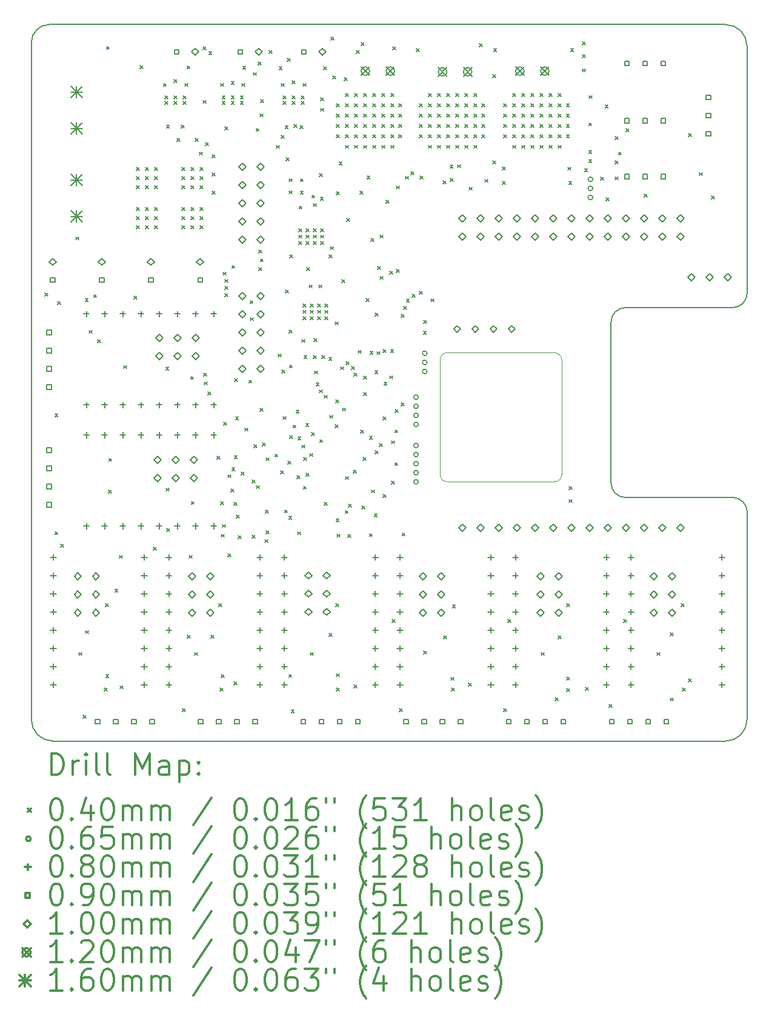
<source format=gbr>
%FSLAX45Y45*%
G04 Gerber Fmt 4.5, Leading zero omitted, Abs format (unit mm)*
G04 Created by KiCad (PCBNEW 5.1.2-f72e74a~84~ubuntu18.04.1) date 2019-06-18 18:41:50*
%MOMM*%
%LPD*%
G04 APERTURE LIST*
%ADD10C,0.150000*%
%ADD11C,0.100000*%
%ADD12C,0.200000*%
%ADD13C,0.300000*%
G04 APERTURE END LIST*
D10*
X8100000Y-4150000D02*
X8100000Y-6400000D01*
X8300000Y-3950000D02*
X9800000Y-3950000D01*
X8100000Y-4150000D02*
G75*
G02X8300000Y-3950000I200000J0D01*
G01*
X8300000Y-6600000D02*
X9800000Y-6600000D01*
X8300000Y-6600000D02*
G75*
G02X8100000Y-6400000I0J200000D01*
G01*
X10000000Y-6800000D02*
X10000000Y-9700000D01*
X9800000Y-6600000D02*
G75*
G02X10000000Y-6800000I0J-200000D01*
G01*
X10000000Y-3750000D02*
G75*
G02X9800000Y-3950000I-200000J0D01*
G01*
X9700000Y0D02*
G75*
G02X10000000Y-300000I0J-300000D01*
G01*
D11*
X7410000Y-6280000D02*
G75*
G02X7310000Y-6380000I-100000J0D01*
G01*
X5810000Y-6380000D02*
G75*
G02X5710000Y-6280000I0J100000D01*
G01*
X5710000Y-4680000D02*
G75*
G02X5810000Y-4580000I100000J0D01*
G01*
X7310000Y-4580000D02*
G75*
G02X7410000Y-4680000I0J-100000D01*
G01*
X5710000Y-6280000D02*
X5710000Y-4680000D01*
X7310000Y-6380000D02*
X5810000Y-6380000D01*
X7410000Y-4680000D02*
X7410000Y-6280000D01*
X5810000Y-4580000D02*
X7310000Y-4580000D01*
D10*
X10000000Y-9700000D02*
G75*
G02X9700000Y-10000000I-300000J0D01*
G01*
X300000Y-10000000D02*
G75*
G02X0Y-9700000I0J300000D01*
G01*
X10000000Y-3750000D02*
X10000000Y-300000D01*
X300000Y-10000000D02*
X9700000Y-10000000D01*
X0Y-250000D02*
G75*
G02X250000Y0I250000J0D01*
G01*
X9700000Y0D02*
X250000Y0D01*
X0Y-250000D02*
X0Y-9700000D01*
D12*
X191540Y-3745000D02*
X231540Y-3785000D01*
X231540Y-3745000D02*
X191540Y-3785000D01*
X330000Y-5430000D02*
X370000Y-5470000D01*
X370000Y-5430000D02*
X330000Y-5470000D01*
X330000Y-7080000D02*
X370000Y-7120000D01*
X370000Y-7080000D02*
X330000Y-7120000D01*
X366540Y-3868460D02*
X406540Y-3908460D01*
X406540Y-3868460D02*
X366540Y-3908460D01*
X410000Y-7250000D02*
X450000Y-7290000D01*
X450000Y-7250000D02*
X410000Y-7290000D01*
X622500Y-2965000D02*
X662500Y-3005000D01*
X662500Y-2965000D02*
X622500Y-3005000D01*
X667500Y-8764500D02*
X707500Y-8804500D01*
X707500Y-8764500D02*
X667500Y-8804500D01*
X721250Y-9638750D02*
X761250Y-9678750D01*
X761250Y-9638750D02*
X721250Y-9678750D01*
X752500Y-3825000D02*
X792500Y-3865000D01*
X792500Y-3825000D02*
X752500Y-3865000D01*
X760000Y-8460000D02*
X800000Y-8500000D01*
X800000Y-8460000D02*
X760000Y-8500000D01*
X807500Y-4267500D02*
X847500Y-4307500D01*
X847500Y-4267500D02*
X807500Y-4307500D01*
X871203Y-3768496D02*
X911203Y-3808496D01*
X911203Y-3768496D02*
X871203Y-3808496D01*
X925778Y-4398500D02*
X965778Y-4438500D01*
X965778Y-4398500D02*
X925778Y-4438500D01*
X1020000Y-9260000D02*
X1060000Y-9300000D01*
X1060000Y-9260000D02*
X1020000Y-9300000D01*
X1040000Y-8080000D02*
X1080000Y-8120000D01*
X1080000Y-8080000D02*
X1040000Y-8120000D01*
X1042250Y-9072250D02*
X1082250Y-9112250D01*
X1082250Y-9072250D02*
X1042250Y-9112250D01*
X1050000Y-305001D02*
X1090000Y-345001D01*
X1090000Y-305001D02*
X1050000Y-345001D01*
X1077000Y-6501000D02*
X1117000Y-6541000D01*
X1117000Y-6501000D02*
X1077000Y-6541000D01*
X1083766Y-6054498D02*
X1123766Y-6094498D01*
X1123766Y-6054498D02*
X1083766Y-6094498D01*
X1167500Y-7880000D02*
X1207500Y-7920000D01*
X1207500Y-7880000D02*
X1167500Y-7920000D01*
X1230000Y-7410000D02*
X1270000Y-7450000D01*
X1270000Y-7410000D02*
X1230000Y-7450000D01*
X1240000Y-9230000D02*
X1280000Y-9270000D01*
X1280000Y-9230000D02*
X1240000Y-9270000D01*
X1292500Y-4760000D02*
X1332500Y-4800000D01*
X1332500Y-4760000D02*
X1292500Y-4800000D01*
X1437500Y-3787500D02*
X1477500Y-3827500D01*
X1477500Y-3787500D02*
X1437500Y-3827500D01*
X1519999Y-570000D02*
X1559999Y-610000D01*
X1559999Y-570000D02*
X1519999Y-610000D01*
X1708243Y-7294225D02*
X1748243Y-7334225D01*
X1748243Y-7294225D02*
X1708243Y-7334225D01*
X1845000Y-822000D02*
X1885000Y-862000D01*
X1885000Y-822000D02*
X1845000Y-862000D01*
X1880000Y-4780000D02*
X1920000Y-4820000D01*
X1920000Y-4780000D02*
X1880000Y-4820000D01*
X1886120Y-6470552D02*
X1926120Y-6510552D01*
X1926120Y-6470552D02*
X1886120Y-6510552D01*
X1887500Y-1399998D02*
X1927500Y-1439998D01*
X1927500Y-1399998D02*
X1887500Y-1439998D01*
X1895000Y-7035000D02*
X1935000Y-7075000D01*
X1935000Y-7035000D02*
X1895000Y-7075000D01*
X1995000Y-767500D02*
X2035000Y-807500D01*
X2035000Y-767500D02*
X1995000Y-807500D01*
X2038000Y-1590000D02*
X2078000Y-1630000D01*
X2078000Y-1590000D02*
X2038000Y-1630000D01*
X2092498Y-1400000D02*
X2132498Y-1440000D01*
X2132498Y-1400000D02*
X2092498Y-1440000D01*
X2112500Y-9545000D02*
X2152500Y-9585000D01*
X2152500Y-9545000D02*
X2112500Y-9585000D01*
X2145000Y-822000D02*
X2185000Y-862000D01*
X2185000Y-822000D02*
X2145000Y-862000D01*
X2175000Y-577500D02*
X2215000Y-617500D01*
X2215000Y-577500D02*
X2175000Y-617500D01*
X2180000Y-8525000D02*
X2220000Y-8565000D01*
X2220000Y-8525000D02*
X2180000Y-8565000D01*
X2207500Y-7410000D02*
X2247500Y-7450000D01*
X2247500Y-7410000D02*
X2207500Y-7450000D01*
X2226234Y-4911234D02*
X2266234Y-4951234D01*
X2266234Y-4911234D02*
X2226234Y-4951234D01*
X2235000Y-6655000D02*
X2275000Y-6695000D01*
X2275000Y-6655000D02*
X2235000Y-6695000D01*
X2282100Y-8764500D02*
X2322100Y-8804500D01*
X2322100Y-8764500D02*
X2282100Y-8804500D01*
X2292000Y-1590000D02*
X2332000Y-1630000D01*
X2332000Y-1590000D02*
X2292000Y-1630000D01*
X2350000Y-1780000D02*
X2390000Y-1820000D01*
X2390000Y-1780000D02*
X2350000Y-1820000D01*
X2400000Y-1060000D02*
X2440000Y-1100000D01*
X2440000Y-1060000D02*
X2400000Y-1100000D01*
X2402500Y-310000D02*
X2442500Y-350000D01*
X2442500Y-310000D02*
X2402500Y-350000D01*
X2410000Y-4865000D02*
X2450000Y-4905000D01*
X2450000Y-4865000D02*
X2410000Y-4905000D01*
X2415000Y-4988908D02*
X2455000Y-5028908D01*
X2455000Y-4988908D02*
X2415000Y-5028908D01*
X2435000Y-1645000D02*
X2475000Y-1685000D01*
X2475000Y-1645000D02*
X2435000Y-1685000D01*
X2470000Y-5130000D02*
X2510000Y-5170000D01*
X2510000Y-5130000D02*
X2470000Y-5170000D01*
X2480000Y-380000D02*
X2520000Y-420000D01*
X2520000Y-380000D02*
X2480000Y-420000D01*
X2511234Y-8521234D02*
X2551234Y-8561234D01*
X2551234Y-8521234D02*
X2511234Y-8561234D01*
X2530000Y-1820000D02*
X2570000Y-1860000D01*
X2570000Y-1820000D02*
X2530000Y-1860000D01*
X2530000Y-2074000D02*
X2570000Y-2114000D01*
X2570000Y-2074000D02*
X2530000Y-2114000D01*
X2530000Y-2328000D02*
X2570000Y-2368000D01*
X2570000Y-2328000D02*
X2530000Y-2368000D01*
X2595000Y-6025000D02*
X2635000Y-6065000D01*
X2635000Y-6025000D02*
X2595000Y-6065000D01*
X2620000Y-8080000D02*
X2660000Y-8120000D01*
X2660000Y-8080000D02*
X2620000Y-8120000D01*
X2640000Y-9260000D02*
X2680000Y-9300000D01*
X2680000Y-9260000D02*
X2640000Y-9300000D01*
X2645000Y-822000D02*
X2685000Y-862000D01*
X2685000Y-822000D02*
X2645000Y-862000D01*
X2648000Y-6659000D02*
X2688000Y-6699000D01*
X2688000Y-6659000D02*
X2648000Y-6699000D01*
X2654550Y-9074550D02*
X2694550Y-9114550D01*
X2694550Y-9074550D02*
X2654550Y-9114550D01*
X2655665Y-7112582D02*
X2695665Y-7152582D01*
X2695665Y-7112582D02*
X2655665Y-7152582D01*
X2668482Y-6978833D02*
X2708482Y-7018833D01*
X2708482Y-6978833D02*
X2668482Y-7018833D01*
X2680000Y-3455000D02*
X2720000Y-3495000D01*
X2720000Y-3455000D02*
X2680000Y-3495000D01*
X2687000Y-5550000D02*
X2727000Y-5590000D01*
X2727000Y-5550000D02*
X2687000Y-5590000D01*
X2703734Y-3556266D02*
X2743734Y-3596266D01*
X2743734Y-3556266D02*
X2703734Y-3596266D01*
X2705000Y-3756260D02*
X2745000Y-3796260D01*
X2745000Y-3756260D02*
X2705000Y-3796260D01*
X2705016Y-3656259D02*
X2745016Y-3696259D01*
X2745016Y-3656259D02*
X2705016Y-3696259D01*
X2707500Y-1430000D02*
X2747500Y-1470000D01*
X2747500Y-1430000D02*
X2707500Y-1470000D01*
X2745000Y-7387500D02*
X2785000Y-7427500D01*
X2785000Y-7387500D02*
X2745000Y-7427500D01*
X2745021Y-6283118D02*
X2785021Y-6323118D01*
X2785021Y-6283118D02*
X2745021Y-6323118D01*
X2792001Y-6481999D02*
X2832001Y-6521999D01*
X2832001Y-6481999D02*
X2792001Y-6521999D01*
X2795000Y-795000D02*
X2835000Y-835000D01*
X2835000Y-795000D02*
X2795000Y-835000D01*
X2802500Y-3363501D02*
X2842500Y-3403501D01*
X2842500Y-3363501D02*
X2802500Y-3403501D01*
X2802500Y-6187500D02*
X2842500Y-6227500D01*
X2842500Y-6187500D02*
X2802500Y-6227500D01*
X2830001Y-6669999D02*
X2870001Y-6709999D01*
X2870001Y-6669999D02*
X2830001Y-6709999D01*
X2834034Y-9174034D02*
X2874034Y-9214034D01*
X2874034Y-9174034D02*
X2834034Y-9214034D01*
X2837161Y-6017500D02*
X2877161Y-6057500D01*
X2877161Y-6017500D02*
X2837161Y-6057500D01*
X2840000Y-4941000D02*
X2880000Y-4981000D01*
X2880000Y-4941000D02*
X2840000Y-4981000D01*
X2853000Y-5477000D02*
X2893000Y-5517000D01*
X2893000Y-5477000D02*
X2853000Y-5517000D01*
X2864121Y-6848631D02*
X2904121Y-6888631D01*
X2904121Y-6848631D02*
X2864121Y-6888631D01*
X2892500Y-7135000D02*
X2932500Y-7175000D01*
X2932500Y-7135000D02*
X2892500Y-7175000D01*
X2935000Y-6247000D02*
X2975000Y-6287000D01*
X2975000Y-6247000D02*
X2935000Y-6287000D01*
X2945000Y-822000D02*
X2985000Y-862000D01*
X2985000Y-822000D02*
X2945000Y-862000D01*
X2954999Y-580000D02*
X2994999Y-620000D01*
X2994999Y-580000D02*
X2954999Y-620000D01*
X2984301Y-5630699D02*
X3024301Y-5670699D01*
X3024301Y-5630699D02*
X2984301Y-5670699D01*
X3040000Y-4963000D02*
X3080000Y-5003000D01*
X3080000Y-4963000D02*
X3040000Y-5003000D01*
X3057500Y-3852500D02*
X3097500Y-3892500D01*
X3097500Y-3852500D02*
X3057500Y-3892500D01*
X3060000Y-4090000D02*
X3100000Y-4130000D01*
X3100000Y-4090000D02*
X3060000Y-4130000D01*
X3084122Y-7123629D02*
X3124122Y-7163629D01*
X3124122Y-7123629D02*
X3084122Y-7163629D01*
X3085496Y-6356531D02*
X3125496Y-6396531D01*
X3125496Y-6356531D02*
X3085496Y-6396531D01*
X3100000Y-670000D02*
X3140000Y-710000D01*
X3140000Y-670000D02*
X3100000Y-710000D01*
X3109000Y-5866000D02*
X3149000Y-5906000D01*
X3149000Y-5866000D02*
X3109000Y-5906000D01*
X3140000Y-1450000D02*
X3180000Y-1490000D01*
X3180000Y-1450000D02*
X3140000Y-1490000D01*
X3147494Y-6434994D02*
X3187494Y-6474994D01*
X3187494Y-6434994D02*
X3147494Y-6474994D01*
X3170759Y-522499D02*
X3210759Y-562499D01*
X3210759Y-522499D02*
X3170759Y-562499D01*
X3178000Y-3147000D02*
X3218000Y-3187000D01*
X3218000Y-3147000D02*
X3178000Y-3187000D01*
X3178377Y-3394869D02*
X3218377Y-3434869D01*
X3218377Y-3394869D02*
X3178377Y-3434869D01*
X3195000Y-1245000D02*
X3235000Y-1285000D01*
X3235000Y-1245000D02*
X3195000Y-1285000D01*
X3195000Y-5358501D02*
X3235000Y-5398501D01*
X3235000Y-5358501D02*
X3195000Y-5398501D01*
X3200000Y-3270000D02*
X3240000Y-3310000D01*
X3240000Y-3270000D02*
X3200000Y-3310000D01*
X3207500Y-1049750D02*
X3247500Y-1089750D01*
X3247500Y-1049750D02*
X3207500Y-1089750D01*
X3231808Y-5838960D02*
X3271808Y-5878960D01*
X3271808Y-5838960D02*
X3231808Y-5878960D01*
X3262500Y-7190000D02*
X3302500Y-7230000D01*
X3302500Y-7190000D02*
X3262500Y-7230000D01*
X3272500Y-6780000D02*
X3312500Y-6820000D01*
X3312500Y-6780000D02*
X3272500Y-6820000D01*
X3280000Y-7065000D02*
X3320000Y-7105000D01*
X3320000Y-7065000D02*
X3280000Y-7105000D01*
X3281000Y-6047000D02*
X3321000Y-6087000D01*
X3321000Y-6047000D02*
X3281000Y-6087000D01*
X3325000Y-360000D02*
X3365000Y-400000D01*
X3365000Y-360000D02*
X3325000Y-400000D01*
X3403000Y-5996000D02*
X3443000Y-6036000D01*
X3443000Y-5996000D02*
X3403000Y-6036000D01*
X3427502Y-1687093D02*
X3467502Y-1727093D01*
X3467502Y-1687093D02*
X3427502Y-1727093D01*
X3450000Y-4598200D02*
X3490000Y-4638200D01*
X3490000Y-4598200D02*
X3450000Y-4638200D01*
X3461866Y-586866D02*
X3501866Y-626866D01*
X3501866Y-586866D02*
X3461866Y-626866D01*
X3485956Y-6231152D02*
X3525956Y-6271152D01*
X3525956Y-6231152D02*
X3485956Y-6271152D01*
X3490000Y-1545000D02*
X3530000Y-1585000D01*
X3530000Y-1545000D02*
X3490000Y-1585000D01*
X3495000Y-822000D02*
X3535000Y-862000D01*
X3535000Y-822000D02*
X3495000Y-862000D01*
X3500000Y-4822501D02*
X3540000Y-4862501D01*
X3540000Y-4822501D02*
X3500000Y-4862501D01*
X3519000Y-5471647D02*
X3559000Y-5511647D01*
X3559000Y-5471647D02*
X3519000Y-5511647D01*
X3540000Y-6775000D02*
X3580000Y-6815000D01*
X3580000Y-6775000D02*
X3540000Y-6815000D01*
X3547500Y-1410000D02*
X3587500Y-1450000D01*
X3587500Y-1410000D02*
X3547500Y-1450000D01*
X3553000Y-3705000D02*
X3593000Y-3745000D01*
X3593000Y-3705000D02*
X3553000Y-3745000D01*
X3560000Y-1860000D02*
X3600000Y-1900000D01*
X3600000Y-1860000D02*
X3560000Y-1900000D01*
X3580000Y-470000D02*
X3620000Y-510000D01*
X3620000Y-470000D02*
X3580000Y-510000D01*
X3584999Y-6089999D02*
X3624999Y-6129999D01*
X3624999Y-6089999D02*
X3584999Y-6129999D01*
X3597500Y-6865000D02*
X3637500Y-6905000D01*
X3637500Y-6865000D02*
X3597500Y-6905000D01*
X3597500Y-9070000D02*
X3637500Y-9110000D01*
X3637500Y-9070000D02*
X3597500Y-9110000D01*
X3600000Y-4262500D02*
X3640000Y-4302500D01*
X3640000Y-4262500D02*
X3600000Y-4302500D01*
X3602502Y-2152500D02*
X3642502Y-2192500D01*
X3642502Y-2152500D02*
X3602502Y-2192500D01*
X3602502Y-2320000D02*
X3642502Y-2360000D01*
X3642502Y-2320000D02*
X3602502Y-2360000D01*
X3607500Y-4750000D02*
X3647500Y-4790000D01*
X3647500Y-4750000D02*
X3607500Y-4790000D01*
X3608994Y-5734452D02*
X3648994Y-5774452D01*
X3648994Y-5734452D02*
X3608994Y-5774452D01*
X3609498Y-3215000D02*
X3649498Y-3255000D01*
X3649498Y-3215000D02*
X3609498Y-3255000D01*
X3632500Y-9562501D02*
X3672500Y-9602501D01*
X3672500Y-9562501D02*
X3632500Y-9602501D01*
X3645000Y-785000D02*
X3685000Y-825000D01*
X3685000Y-785000D02*
X3645000Y-825000D01*
X3658319Y-5589149D02*
X3698319Y-5629149D01*
X3698319Y-5589149D02*
X3658319Y-5629149D01*
X3669461Y-1391835D02*
X3709461Y-1431835D01*
X3709461Y-1391835D02*
X3669461Y-1431835D01*
X3700000Y-5380000D02*
X3740000Y-5420000D01*
X3740000Y-5380000D02*
X3700000Y-5420000D01*
X3709594Y-6294594D02*
X3749594Y-6334594D01*
X3749594Y-6294594D02*
X3709594Y-6334594D01*
X3721250Y-7080000D02*
X3761250Y-7120000D01*
X3761250Y-7080000D02*
X3721250Y-7120000D01*
X3725261Y-5757114D02*
X3765261Y-5797114D01*
X3765261Y-5757114D02*
X3725261Y-5797114D01*
X3741789Y-2533771D02*
X3781789Y-2573771D01*
X3781789Y-2533771D02*
X3741789Y-2573771D01*
X3752501Y-1410001D02*
X3792501Y-1450001D01*
X3792501Y-1410001D02*
X3752501Y-1450001D01*
X3760000Y-2152500D02*
X3800000Y-2192500D01*
X3800000Y-2152500D02*
X3760000Y-2192500D01*
X3760000Y-2327500D02*
X3800000Y-2367500D01*
X3800000Y-2327500D02*
X3760000Y-2367500D01*
X3781265Y-5868733D02*
X3821265Y-5908733D01*
X3821265Y-5868733D02*
X3781265Y-5908733D01*
X3782983Y-4396401D02*
X3822983Y-4436401D01*
X3822983Y-4396401D02*
X3782983Y-4436401D01*
X3795000Y-822000D02*
X3835000Y-862000D01*
X3835000Y-822000D02*
X3795000Y-862000D01*
X3802496Y-6445000D02*
X3842496Y-6485000D01*
X3842496Y-6445000D02*
X3802496Y-6485000D01*
X3805000Y-6040000D02*
X3845000Y-6080000D01*
X3845000Y-6040000D02*
X3805000Y-6080000D01*
X3809195Y-4618305D02*
X3849195Y-4658305D01*
X3849195Y-4618305D02*
X3809195Y-4658305D01*
X3835564Y-5567104D02*
X3875564Y-5607104D01*
X3875564Y-5567104D02*
X3835564Y-5607104D01*
X3842499Y-6264220D02*
X3882499Y-6304220D01*
X3882499Y-6264220D02*
X3842499Y-6304220D01*
X3847982Y-3394550D02*
X3887982Y-3434550D01*
X3887982Y-3394550D02*
X3847982Y-3434550D01*
X3884100Y-3632501D02*
X3924100Y-3672501D01*
X3924100Y-3632501D02*
X3884100Y-3672501D01*
X3893189Y-5986298D02*
X3933189Y-6026298D01*
X3933189Y-5986298D02*
X3893189Y-6026298D01*
X3896700Y-8764500D02*
X3936700Y-8804500D01*
X3936700Y-8764500D02*
X3896700Y-8804500D01*
X3915000Y-5697500D02*
X3955000Y-5737500D01*
X3955000Y-5697500D02*
X3915000Y-5737500D01*
X3920000Y-2380000D02*
X3960000Y-2420000D01*
X3960000Y-2380000D02*
X3920000Y-2420000D01*
X3940000Y-4620000D02*
X3980000Y-4660000D01*
X3980000Y-4620000D02*
X3940000Y-4660000D01*
X3940000Y-2500001D02*
X3980000Y-2540001D01*
X3980000Y-2500001D02*
X3940000Y-2540001D01*
X3951314Y-4383753D02*
X3991314Y-4423753D01*
X3991314Y-4383753D02*
X3951314Y-4423753D01*
X3957308Y-4835024D02*
X3997308Y-4875024D01*
X3997308Y-4835024D02*
X3957308Y-4875024D01*
X3980004Y-5002591D02*
X4020004Y-5042591D01*
X4020004Y-5002591D02*
X3980004Y-5042591D01*
X4019985Y-3632501D02*
X4059985Y-3672501D01*
X4059985Y-3632501D02*
X4019985Y-3672501D01*
X4025000Y-2077500D02*
X4065000Y-2117500D01*
X4065000Y-2077500D02*
X4025000Y-2117500D01*
X4025005Y-5099284D02*
X4065005Y-5139284D01*
X4065005Y-5099284D02*
X4025005Y-5139284D01*
X4030973Y-5791359D02*
X4070973Y-5831359D01*
X4070973Y-5791359D02*
X4030973Y-5831359D01*
X4039178Y-2412805D02*
X4079178Y-2452805D01*
X4079178Y-2412805D02*
X4039178Y-2452805D01*
X4040000Y-1020000D02*
X4080000Y-1060000D01*
X4080000Y-1020000D02*
X4040000Y-1060000D01*
X4040000Y-1170000D02*
X4080000Y-1210000D01*
X4080000Y-1170000D02*
X4040000Y-1210000D01*
X4059978Y-4622137D02*
X4099978Y-4662137D01*
X4099978Y-4622137D02*
X4059978Y-4662137D01*
X4082500Y-592500D02*
X4122500Y-632500D01*
X4122500Y-592500D02*
X4082500Y-632500D01*
X4090996Y-5174420D02*
X4130996Y-5214420D01*
X4130996Y-5174420D02*
X4090996Y-5214420D01*
X4092501Y-6665768D02*
X4132501Y-6705768D01*
X4132501Y-6665768D02*
X4092501Y-6705768D01*
X4158023Y-4642503D02*
X4198023Y-4682503D01*
X4198023Y-4642503D02*
X4158023Y-4682503D01*
X4160000Y-3212500D02*
X4200000Y-3252500D01*
X4200000Y-3212500D02*
X4160000Y-3252500D01*
X4160000Y-8495000D02*
X4200000Y-8535000D01*
X4200000Y-8495000D02*
X4160000Y-8535000D01*
X4170004Y-5453566D02*
X4210004Y-5493566D01*
X4210004Y-5453566D02*
X4170004Y-5493566D01*
X4180760Y-3099330D02*
X4220760Y-3139330D01*
X4220760Y-3099330D02*
X4180760Y-3139330D01*
X4185599Y-172399D02*
X4225599Y-212399D01*
X4225599Y-172399D02*
X4185599Y-212399D01*
X4210000Y-717500D02*
X4250000Y-757500D01*
X4250000Y-717500D02*
X4210000Y-757500D01*
X4245000Y-5585000D02*
X4285000Y-5625000D01*
X4285000Y-5585000D02*
X4245000Y-5625000D01*
X4247600Y-4149400D02*
X4287600Y-4189400D01*
X4287600Y-4149400D02*
X4247600Y-4189400D01*
X4255000Y-8080000D02*
X4295000Y-8120000D01*
X4295000Y-8080000D02*
X4255000Y-8120000D01*
X4256924Y-5239592D02*
X4296924Y-5279592D01*
X4296924Y-5239592D02*
X4256924Y-5279592D01*
X4258538Y-6900000D02*
X4298538Y-6940000D01*
X4298538Y-6900000D02*
X4258538Y-6940000D01*
X4260000Y-9060000D02*
X4300000Y-9100000D01*
X4300000Y-9060000D02*
X4260000Y-9100000D01*
X4260000Y-9260000D02*
X4300000Y-9300000D01*
X4300000Y-9260000D02*
X4260000Y-9300000D01*
X4261000Y-2334000D02*
X4301000Y-2374000D01*
X4301000Y-2334000D02*
X4261000Y-2374000D01*
X4270607Y-7112825D02*
X4310607Y-7152825D01*
X4310607Y-7112825D02*
X4270607Y-7152825D01*
X4300000Y-1920000D02*
X4340000Y-1960000D01*
X4340000Y-1920000D02*
X4300000Y-1960000D01*
X4324795Y-4775984D02*
X4364795Y-4815984D01*
X4364795Y-4775984D02*
X4324795Y-4815984D01*
X4340000Y-3560000D02*
X4380000Y-3600000D01*
X4380000Y-3560000D02*
X4340000Y-3600000D01*
X4347500Y-5352500D02*
X4387500Y-5392500D01*
X4387500Y-5352500D02*
X4347500Y-5392500D01*
X4370000Y-740000D02*
X4410000Y-780000D01*
X4410000Y-740000D02*
X4370000Y-780000D01*
X4385350Y-6782818D02*
X4425350Y-6822818D01*
X4425350Y-6782818D02*
X4385350Y-6822818D01*
X4390000Y-6310000D02*
X4430000Y-6350000D01*
X4430000Y-6310000D02*
X4390000Y-6350000D01*
X4399600Y-4704400D02*
X4439600Y-4744400D01*
X4439600Y-4704400D02*
X4399600Y-4744400D01*
X4405000Y-2707500D02*
X4445000Y-2747500D01*
X4445000Y-2707500D02*
X4405000Y-2747500D01*
X4421346Y-7116438D02*
X4461346Y-7156438D01*
X4461346Y-7116438D02*
X4421346Y-7156438D01*
X4435118Y-6696080D02*
X4475118Y-6736080D01*
X4475118Y-6696080D02*
X4435118Y-6736080D01*
X4473790Y-4771453D02*
X4513790Y-4811453D01*
X4513790Y-4771453D02*
X4473790Y-4811453D01*
X4500000Y-6220000D02*
X4540000Y-6260000D01*
X4540000Y-6220000D02*
X4500000Y-6260000D01*
X4510000Y-9220000D02*
X4550000Y-9260000D01*
X4550000Y-9220000D02*
X4510000Y-9260000D01*
X4510400Y-4864512D02*
X4550400Y-4904512D01*
X4550400Y-4864512D02*
X4510400Y-4904512D01*
X4540000Y-360000D02*
X4580000Y-400000D01*
X4580000Y-360000D02*
X4540000Y-400000D01*
X4565000Y-4547500D02*
X4605000Y-4587500D01*
X4605000Y-4547500D02*
X4565000Y-4587500D01*
X4595000Y-2326000D02*
X4635000Y-2366000D01*
X4635000Y-2326000D02*
X4595000Y-2366000D01*
X4600000Y-5660000D02*
X4640000Y-5700000D01*
X4640000Y-5660000D02*
X4600000Y-5700000D01*
X4610000Y-250000D02*
X4650000Y-290000D01*
X4650000Y-250000D02*
X4610000Y-290000D01*
X4620962Y-6716538D02*
X4660962Y-6756538D01*
X4660962Y-6716538D02*
X4620962Y-6756538D01*
X4635000Y-6040000D02*
X4675000Y-6080000D01*
X4675000Y-6040000D02*
X4635000Y-6080000D01*
X4642500Y-5135000D02*
X4682500Y-5175000D01*
X4682500Y-5135000D02*
X4642500Y-5175000D01*
X4642524Y-4907503D02*
X4682524Y-4947503D01*
X4682524Y-4907503D02*
X4642524Y-4947503D01*
X4680480Y-3821290D02*
X4720480Y-3861290D01*
X4720480Y-3821290D02*
X4680480Y-3861290D01*
X4690000Y-2114000D02*
X4730000Y-2154000D01*
X4730000Y-2114000D02*
X4690000Y-2154000D01*
X4725000Y-5745000D02*
X4765000Y-5785000D01*
X4765000Y-5745000D02*
X4725000Y-5785000D01*
X4725000Y-7105000D02*
X4765000Y-7145000D01*
X4765000Y-7105000D02*
X4725000Y-7145000D01*
X4733487Y-4560999D02*
X4773487Y-4600999D01*
X4773487Y-4560999D02*
X4733487Y-4600999D01*
X4742500Y-2987500D02*
X4782500Y-3027500D01*
X4782500Y-2987500D02*
X4742500Y-3027500D01*
X4751844Y-6495525D02*
X4791844Y-6535525D01*
X4791844Y-6495525D02*
X4751844Y-6535525D01*
X4792562Y-6832402D02*
X4832562Y-6872402D01*
X4832562Y-6832402D02*
X4792562Y-6872402D01*
X4800000Y-4830000D02*
X4840000Y-4870000D01*
X4840000Y-4830000D02*
X4800000Y-4870000D01*
X4802500Y-4027500D02*
X4842500Y-4067500D01*
X4842500Y-4027500D02*
X4802500Y-4067500D01*
X4805000Y-5950000D02*
X4845000Y-5990000D01*
X4845000Y-5950000D02*
X4805000Y-5990000D01*
X4827500Y-4565000D02*
X4867500Y-4605000D01*
X4867500Y-4565000D02*
X4827500Y-4605000D01*
X4837500Y-3372500D02*
X4877500Y-3412500D01*
X4877500Y-3372500D02*
X4837500Y-3412500D01*
X4862650Y-5847350D02*
X4902650Y-5887350D01*
X4902650Y-5847350D02*
X4862650Y-5887350D01*
X4870000Y-3515000D02*
X4910000Y-3555000D01*
X4910000Y-3515000D02*
X4870000Y-3555000D01*
X4875000Y-2940000D02*
X4915000Y-2980000D01*
X4915000Y-2940000D02*
X4875000Y-2980000D01*
X4915813Y-4532493D02*
X4955813Y-4572493D01*
X4955813Y-4532493D02*
X4915813Y-4572493D01*
X4916511Y-5474080D02*
X4956511Y-5514080D01*
X4956511Y-5474080D02*
X4916511Y-5514080D01*
X4917499Y-6560000D02*
X4957499Y-6600000D01*
X4957499Y-6560000D02*
X4917499Y-6600000D01*
X4927500Y-4992500D02*
X4967500Y-5032500D01*
X4967500Y-4992500D02*
X4927500Y-5032500D01*
X4960000Y-2450000D02*
X5000000Y-2490000D01*
X5000000Y-2450000D02*
X4960000Y-2490000D01*
X5010000Y-3442500D02*
X5050000Y-3482500D01*
X5050000Y-3442500D02*
X5010000Y-3482500D01*
X5010000Y-4902500D02*
X5050000Y-4942500D01*
X5050000Y-4902500D02*
X5010000Y-4942500D01*
X5020050Y-4532493D02*
X5060050Y-4572493D01*
X5060050Y-4532493D02*
X5020050Y-4572493D01*
X5032499Y-6370001D02*
X5072499Y-6410001D01*
X5072499Y-6370001D02*
X5032499Y-6410001D01*
X5035000Y-5810000D02*
X5075000Y-5850000D01*
X5075000Y-5810000D02*
X5035000Y-5850000D01*
X5042500Y-8302500D02*
X5082500Y-8342500D01*
X5082500Y-8302500D02*
X5042500Y-8342500D01*
X5050000Y-310000D02*
X5090000Y-350000D01*
X5090000Y-310000D02*
X5050000Y-350000D01*
X5079021Y-5656601D02*
X5119021Y-5696601D01*
X5119021Y-5656601D02*
X5079021Y-5696601D01*
X5080000Y-6115000D02*
X5120000Y-6155000D01*
X5120000Y-6115000D02*
X5080000Y-6155000D01*
X5084146Y-5371592D02*
X5124146Y-5411592D01*
X5124146Y-5371592D02*
X5084146Y-5411592D01*
X5100000Y-2252500D02*
X5140000Y-2292500D01*
X5140000Y-2252500D02*
X5100000Y-2292500D01*
X5102500Y-3420000D02*
X5142500Y-3460000D01*
X5142500Y-3420000D02*
X5102500Y-3460000D01*
X5145001Y-9545000D02*
X5185001Y-9585000D01*
X5185001Y-9545000D02*
X5145001Y-9585000D01*
X5170000Y-4045000D02*
X5210000Y-4085000D01*
X5210000Y-4045000D02*
X5170000Y-4085000D01*
X5170000Y-5280000D02*
X5210000Y-5320000D01*
X5210000Y-5280000D02*
X5170000Y-5320000D01*
X5182500Y-7097500D02*
X5222500Y-7137500D01*
X5222500Y-7097500D02*
X5182500Y-7137500D01*
X5200000Y-3935000D02*
X5240000Y-3975000D01*
X5240000Y-3935000D02*
X5200000Y-3975000D01*
X5225560Y-2118938D02*
X5265560Y-2158938D01*
X5265560Y-2118938D02*
X5225560Y-2158938D01*
X5240000Y-3830000D02*
X5280000Y-3870000D01*
X5280000Y-3830000D02*
X5240000Y-3870000D01*
X5303149Y-2055849D02*
X5343149Y-2095849D01*
X5343149Y-2055849D02*
X5303149Y-2095849D01*
X5320000Y-3765000D02*
X5360000Y-3805000D01*
X5360000Y-3765000D02*
X5320000Y-3805000D01*
X5380000Y-335000D02*
X5420000Y-375000D01*
X5420000Y-335000D02*
X5380000Y-375000D01*
X5425000Y-3720000D02*
X5465000Y-3760000D01*
X5465000Y-3720000D02*
X5425000Y-3760000D01*
X5430000Y-2112500D02*
X5470000Y-2152500D01*
X5470000Y-2112500D02*
X5430000Y-2152500D01*
X5477500Y-4282500D02*
X5517500Y-4322500D01*
X5517500Y-4282500D02*
X5477500Y-4322500D01*
X5480000Y-4130000D02*
X5520000Y-4170000D01*
X5520000Y-4130000D02*
X5480000Y-4170000D01*
X5484542Y-8742003D02*
X5524542Y-8782003D01*
X5524542Y-8742003D02*
X5484542Y-8782003D01*
X5586540Y-3829369D02*
X5626540Y-3869369D01*
X5626540Y-3829369D02*
X5586540Y-3869369D01*
X5750000Y-2180000D02*
X5790000Y-2220000D01*
X5790000Y-2180000D02*
X5750000Y-2220000D01*
X5760000Y-8530000D02*
X5800000Y-8570000D01*
X5800000Y-8530000D02*
X5760000Y-8570000D01*
X5850000Y-1964000D02*
X5890000Y-2004000D01*
X5890000Y-1964000D02*
X5850000Y-2004000D01*
X5854999Y-2150000D02*
X5894999Y-2190000D01*
X5894999Y-2150000D02*
X5854999Y-2190000D01*
X5860000Y-9112500D02*
X5900000Y-9152500D01*
X5900000Y-9112500D02*
X5860000Y-9152500D01*
X5870000Y-9260000D02*
X5910000Y-9300000D01*
X5910000Y-9260000D02*
X5870000Y-9300000D01*
X5885000Y-8100000D02*
X5925000Y-8140000D01*
X5925000Y-8100000D02*
X5885000Y-8140000D01*
X5957318Y-1957664D02*
X5997318Y-1997664D01*
X5997318Y-1957664D02*
X5957318Y-1997664D01*
X6110000Y-9190000D02*
X6150000Y-9230000D01*
X6150000Y-9190000D02*
X6110000Y-9230000D01*
X6120000Y-2270000D02*
X6160000Y-2310000D01*
X6160000Y-2270000D02*
X6120000Y-2310000D01*
X6260000Y-270000D02*
X6300000Y-310000D01*
X6300000Y-270000D02*
X6260000Y-310000D01*
X6340000Y-2160000D02*
X6380000Y-2200000D01*
X6380000Y-2160000D02*
X6340000Y-2200000D01*
X6446000Y-1901000D02*
X6486000Y-1941000D01*
X6486000Y-1901000D02*
X6446000Y-1941000D01*
X6448000Y-701000D02*
X6488000Y-741000D01*
X6488000Y-701000D02*
X6448000Y-741000D01*
X6460000Y-335000D02*
X6500000Y-375000D01*
X6500000Y-335000D02*
X6460000Y-375000D01*
X6580000Y-1987500D02*
X6620000Y-2027500D01*
X6620000Y-1987500D02*
X6580000Y-2027500D01*
X6580000Y-2190000D02*
X6620000Y-2230000D01*
X6620000Y-2190000D02*
X6580000Y-2230000D01*
X6602501Y-9545000D02*
X6642501Y-9585000D01*
X6642501Y-9545000D02*
X6602501Y-9585000D01*
X6657500Y-8300000D02*
X6697500Y-8340000D01*
X6697500Y-8300000D02*
X6657500Y-8340000D01*
X7125900Y-8764500D02*
X7165900Y-8804500D01*
X7165900Y-8764500D02*
X7125900Y-8804500D01*
X7320000Y-9395000D02*
X7360000Y-9435000D01*
X7360000Y-9395000D02*
X7320000Y-9435000D01*
X7360000Y-8530000D02*
X7400000Y-8570000D01*
X7400000Y-8530000D02*
X7360000Y-8570000D01*
X7480000Y-8080000D02*
X7520000Y-8120000D01*
X7520000Y-8080000D02*
X7480000Y-8120000D01*
X7480000Y-9270000D02*
X7520000Y-9310000D01*
X7520000Y-9270000D02*
X7480000Y-9310000D01*
X7481700Y-9107501D02*
X7521700Y-9147501D01*
X7521700Y-9107501D02*
X7481700Y-9147501D01*
X7500003Y-1990000D02*
X7540003Y-2030000D01*
X7540003Y-1990000D02*
X7500003Y-2030000D01*
X7510000Y-2192500D02*
X7550000Y-2232500D01*
X7550000Y-2192500D02*
X7510000Y-2232500D01*
X7512500Y-6449999D02*
X7552500Y-6489999D01*
X7552500Y-6449999D02*
X7512500Y-6489999D01*
X7512500Y-6629999D02*
X7552500Y-6669999D01*
X7552500Y-6629999D02*
X7512500Y-6669999D01*
X7535000Y-335000D02*
X7575000Y-375000D01*
X7575000Y-335000D02*
X7535000Y-375000D01*
X7700000Y-240000D02*
X7740000Y-280000D01*
X7740000Y-240000D02*
X7700000Y-280000D01*
X7700000Y-420000D02*
X7740000Y-460000D01*
X7740000Y-420000D02*
X7700000Y-460000D01*
X7700000Y-620000D02*
X7740000Y-660000D01*
X7740000Y-620000D02*
X7700000Y-660000D01*
X7730000Y-2010000D02*
X7770000Y-2050000D01*
X7770000Y-2010000D02*
X7730000Y-2050000D01*
X7740000Y-9250000D02*
X7780000Y-9290000D01*
X7780000Y-9250000D02*
X7740000Y-9290000D01*
X7790000Y-1374000D02*
X7830000Y-1414000D01*
X7830000Y-1374000D02*
X7790000Y-1414000D01*
X7790000Y-1756500D02*
X7830000Y-1796500D01*
X7830000Y-1756500D02*
X7790000Y-1796500D01*
X7790000Y-1886500D02*
X7830000Y-1926500D01*
X7830000Y-1886500D02*
X7790000Y-1926500D01*
X7790500Y-993000D02*
X7830500Y-1033000D01*
X7830500Y-993000D02*
X7790500Y-1033000D01*
X7955000Y-2130000D02*
X7995000Y-2170000D01*
X7995000Y-2130000D02*
X7955000Y-2170000D01*
X8017501Y-1121930D02*
X8057501Y-1161930D01*
X8057501Y-1121930D02*
X8017501Y-1161930D01*
X8031800Y-2418400D02*
X8071800Y-2458400D01*
X8071800Y-2418400D02*
X8031800Y-2458400D01*
X8070000Y-9490000D02*
X8110000Y-9530000D01*
X8110000Y-9490000D02*
X8070000Y-9530000D01*
X8155000Y-1905000D02*
X8195000Y-1945000D01*
X8195000Y-1905000D02*
X8155000Y-1945000D01*
X8157500Y-2127500D02*
X8197500Y-2167500D01*
X8197500Y-2127500D02*
X8157500Y-2167500D01*
X8160001Y-1563182D02*
X8200001Y-1603182D01*
X8200001Y-1563182D02*
X8160001Y-1603182D01*
X8205000Y-1780000D02*
X8245000Y-1820000D01*
X8245000Y-1780000D02*
X8205000Y-1820000D01*
X8275000Y-8302500D02*
X8315000Y-8342500D01*
X8315000Y-8302500D02*
X8275000Y-8342500D01*
X8311200Y-1453200D02*
X8351200Y-1493200D01*
X8351200Y-1453200D02*
X8311200Y-1493200D01*
X8565200Y-2367600D02*
X8605200Y-2407600D01*
X8605200Y-2367600D02*
X8565200Y-2407600D01*
X8740500Y-8764500D02*
X8780500Y-8804500D01*
X8780500Y-8764500D02*
X8740500Y-8804500D01*
X8925000Y-9400000D02*
X8965000Y-9440000D01*
X8965000Y-9400000D02*
X8925000Y-9440000D01*
X8930000Y-8490000D02*
X8970000Y-8530000D01*
X8970000Y-8490000D02*
X8930000Y-8530000D01*
X9080000Y-8080000D02*
X9120000Y-8120000D01*
X9120000Y-8080000D02*
X9080000Y-8120000D01*
X9100000Y-9260000D02*
X9140000Y-9300000D01*
X9140000Y-9260000D02*
X9100000Y-9300000D01*
X9180000Y-9130001D02*
X9220000Y-9170001D01*
X9220000Y-9130001D02*
X9180000Y-9170001D01*
X9182500Y-1520000D02*
X9222500Y-1560000D01*
X9222500Y-1520000D02*
X9182500Y-1560000D01*
X9332026Y-2066499D02*
X9372026Y-2106499D01*
X9372026Y-2066499D02*
X9332026Y-2106499D01*
X9503500Y-2393000D02*
X9543500Y-2433000D01*
X9543500Y-2393000D02*
X9503500Y-2433000D01*
X1468200Y-1993000D02*
X1508200Y-2033000D01*
X1508200Y-1993000D02*
X1468200Y-2033000D01*
X1468200Y-2120000D02*
X1508200Y-2160000D01*
X1508200Y-2120000D02*
X1468200Y-2160000D01*
X1468200Y-2247000D02*
X1508200Y-2287000D01*
X1508200Y-2247000D02*
X1468200Y-2287000D01*
X1595200Y-1993000D02*
X1635200Y-2033000D01*
X1635200Y-1993000D02*
X1595200Y-2033000D01*
X1595200Y-2120000D02*
X1635200Y-2160000D01*
X1635200Y-2120000D02*
X1595200Y-2160000D01*
X1595200Y-2247000D02*
X1635200Y-2287000D01*
X1635200Y-2247000D02*
X1595200Y-2287000D01*
X1722200Y-1993000D02*
X1762200Y-2033000D01*
X1762200Y-1993000D02*
X1722200Y-2033000D01*
X1722200Y-2120000D02*
X1762200Y-2160000D01*
X1762200Y-2120000D02*
X1722200Y-2160000D01*
X1722200Y-2247000D02*
X1762200Y-2287000D01*
X1762200Y-2247000D02*
X1722200Y-2287000D01*
X2103200Y-1993000D02*
X2143200Y-2033000D01*
X2143200Y-1993000D02*
X2103200Y-2033000D01*
X2103200Y-2120000D02*
X2143200Y-2160000D01*
X2143200Y-2120000D02*
X2103200Y-2160000D01*
X2103200Y-2247000D02*
X2143200Y-2287000D01*
X2143200Y-2247000D02*
X2103200Y-2287000D01*
X2230200Y-1993000D02*
X2270200Y-2033000D01*
X2270200Y-1993000D02*
X2230200Y-2033000D01*
X2230200Y-2120000D02*
X2270200Y-2160000D01*
X2270200Y-2120000D02*
X2230200Y-2160000D01*
X2230200Y-2247000D02*
X2270200Y-2287000D01*
X2270200Y-2247000D02*
X2230200Y-2287000D01*
X2357200Y-1993000D02*
X2397200Y-2033000D01*
X2397200Y-1993000D02*
X2357200Y-2033000D01*
X2357200Y-2120000D02*
X2397200Y-2160000D01*
X2397200Y-2120000D02*
X2357200Y-2160000D01*
X2357200Y-2247000D02*
X2397200Y-2287000D01*
X2397200Y-2247000D02*
X2357200Y-2287000D01*
X1468200Y-2553000D02*
X1508200Y-2593000D01*
X1508200Y-2553000D02*
X1468200Y-2593000D01*
X1468200Y-2680000D02*
X1508200Y-2720000D01*
X1508200Y-2680000D02*
X1468200Y-2720000D01*
X1468200Y-2807000D02*
X1508200Y-2847000D01*
X1508200Y-2807000D02*
X1468200Y-2847000D01*
X1595200Y-2553000D02*
X1635200Y-2593000D01*
X1635200Y-2553000D02*
X1595200Y-2593000D01*
X1595200Y-2680000D02*
X1635200Y-2720000D01*
X1635200Y-2680000D02*
X1595200Y-2720000D01*
X1595200Y-2807000D02*
X1635200Y-2847000D01*
X1635200Y-2807000D02*
X1595200Y-2847000D01*
X1722200Y-2553000D02*
X1762200Y-2593000D01*
X1762200Y-2553000D02*
X1722200Y-2593000D01*
X1722200Y-2680000D02*
X1762200Y-2720000D01*
X1762200Y-2680000D02*
X1722200Y-2720000D01*
X1722200Y-2807000D02*
X1762200Y-2847000D01*
X1762200Y-2807000D02*
X1722200Y-2847000D01*
X2103200Y-2553000D02*
X2143200Y-2593000D01*
X2143200Y-2553000D02*
X2103200Y-2593000D01*
X2103200Y-2680000D02*
X2143200Y-2720000D01*
X2143200Y-2680000D02*
X2103200Y-2720000D01*
X2103200Y-2807000D02*
X2143200Y-2847000D01*
X2143200Y-2807000D02*
X2103200Y-2847000D01*
X2230200Y-2553000D02*
X2270200Y-2593000D01*
X2270200Y-2553000D02*
X2230200Y-2593000D01*
X2230200Y-2680000D02*
X2270200Y-2720000D01*
X2270200Y-2680000D02*
X2230200Y-2720000D01*
X2230200Y-2807000D02*
X2270200Y-2847000D01*
X2270200Y-2807000D02*
X2230200Y-2847000D01*
X2357200Y-2553000D02*
X2397200Y-2593000D01*
X2397200Y-2553000D02*
X2357200Y-2593000D01*
X2357200Y-2680000D02*
X2397200Y-2720000D01*
X2397200Y-2680000D02*
X2357200Y-2720000D01*
X2357200Y-2807000D02*
X2397200Y-2847000D01*
X2397200Y-2807000D02*
X2357200Y-2847000D01*
X1868000Y-995400D02*
X1908000Y-1035400D01*
X1908000Y-995400D02*
X1868000Y-1035400D01*
X1868000Y-1071600D02*
X1908000Y-1111600D01*
X1908000Y-1071600D02*
X1868000Y-1111600D01*
X1995000Y-995400D02*
X2035000Y-1035400D01*
X2035000Y-995400D02*
X1995000Y-1035400D01*
X1995000Y-1071600D02*
X2035000Y-1111600D01*
X2035000Y-1071600D02*
X1995000Y-1111600D01*
X2122000Y-995400D02*
X2162000Y-1035400D01*
X2162000Y-995400D02*
X2122000Y-1035400D01*
X2122000Y-1071600D02*
X2162000Y-1111600D01*
X2162000Y-1071600D02*
X2122000Y-1111600D01*
X3518000Y-995400D02*
X3558000Y-1035400D01*
X3558000Y-995400D02*
X3518000Y-1035400D01*
X3518000Y-1071600D02*
X3558000Y-1111600D01*
X3558000Y-1071600D02*
X3518000Y-1111600D01*
X3645000Y-995400D02*
X3685000Y-1035400D01*
X3685000Y-995400D02*
X3645000Y-1035400D01*
X3645000Y-1071600D02*
X3685000Y-1111600D01*
X3685000Y-1071600D02*
X3645000Y-1111600D01*
X3772000Y-995400D02*
X3812000Y-1035400D01*
X3812000Y-995400D02*
X3772000Y-1035400D01*
X3772000Y-1071600D02*
X3812000Y-1111600D01*
X3812000Y-1071600D02*
X3772000Y-1111600D01*
X4260500Y-1106280D02*
X4300500Y-1146280D01*
X4300500Y-1106280D02*
X4260500Y-1146280D01*
X4260500Y-1251060D02*
X4300500Y-1291060D01*
X4300500Y-1251060D02*
X4260500Y-1291060D01*
X4260500Y-1395840D02*
X4300500Y-1435840D01*
X4300500Y-1395840D02*
X4260500Y-1435840D01*
X4260500Y-1540620D02*
X4300500Y-1580620D01*
X4300500Y-1540620D02*
X4260500Y-1580620D01*
X4387500Y-961500D02*
X4427500Y-1001500D01*
X4427500Y-961500D02*
X4387500Y-1001500D01*
X4387500Y-1106280D02*
X4427500Y-1146280D01*
X4427500Y-1106280D02*
X4387500Y-1146280D01*
X4387500Y-1251060D02*
X4427500Y-1291060D01*
X4427500Y-1251060D02*
X4387500Y-1291060D01*
X4387500Y-1395840D02*
X4427500Y-1435840D01*
X4427500Y-1395840D02*
X4387500Y-1435840D01*
X4387500Y-1540620D02*
X4427500Y-1580620D01*
X4427500Y-1540620D02*
X4387500Y-1580620D01*
X4387500Y-1685400D02*
X4427500Y-1725400D01*
X4427500Y-1685400D02*
X4387500Y-1725400D01*
X4514500Y-961500D02*
X4554500Y-1001500D01*
X4554500Y-961500D02*
X4514500Y-1001500D01*
X4514500Y-1106280D02*
X4554500Y-1146280D01*
X4554500Y-1106280D02*
X4514500Y-1146280D01*
X4514500Y-1251060D02*
X4554500Y-1291060D01*
X4554500Y-1251060D02*
X4514500Y-1291060D01*
X4514500Y-1395840D02*
X4554500Y-1435840D01*
X4554500Y-1395840D02*
X4514500Y-1435840D01*
X4514500Y-1540620D02*
X4554500Y-1580620D01*
X4554500Y-1540620D02*
X4514500Y-1580620D01*
X4514500Y-1685400D02*
X4554500Y-1725400D01*
X4554500Y-1685400D02*
X4514500Y-1725400D01*
X4641500Y-961500D02*
X4681500Y-1001500D01*
X4681500Y-961500D02*
X4641500Y-1001500D01*
X4641500Y-1106280D02*
X4681500Y-1146280D01*
X4681500Y-1106280D02*
X4641500Y-1146280D01*
X4641500Y-1251060D02*
X4681500Y-1291060D01*
X4681500Y-1251060D02*
X4641500Y-1291060D01*
X4641500Y-1395840D02*
X4681500Y-1435840D01*
X4681500Y-1395840D02*
X4641500Y-1435840D01*
X4641500Y-1540620D02*
X4681500Y-1580620D01*
X4681500Y-1540620D02*
X4641500Y-1580620D01*
X4641500Y-1685400D02*
X4681500Y-1725400D01*
X4681500Y-1685400D02*
X4641500Y-1725400D01*
X4768500Y-961500D02*
X4808500Y-1001500D01*
X4808500Y-961500D02*
X4768500Y-1001500D01*
X4768500Y-1106280D02*
X4808500Y-1146280D01*
X4808500Y-1106280D02*
X4768500Y-1146280D01*
X4768500Y-1251060D02*
X4808500Y-1291060D01*
X4808500Y-1251060D02*
X4768500Y-1291060D01*
X4768500Y-1395840D02*
X4808500Y-1435840D01*
X4808500Y-1395840D02*
X4768500Y-1435840D01*
X4768500Y-1540620D02*
X4808500Y-1580620D01*
X4808500Y-1540620D02*
X4768500Y-1580620D01*
X4768500Y-1685400D02*
X4808500Y-1725400D01*
X4808500Y-1685400D02*
X4768500Y-1725400D01*
X4895500Y-961500D02*
X4935500Y-1001500D01*
X4935500Y-961500D02*
X4895500Y-1001500D01*
X4895500Y-1106280D02*
X4935500Y-1146280D01*
X4935500Y-1106280D02*
X4895500Y-1146280D01*
X4895500Y-1251060D02*
X4935500Y-1291060D01*
X4935500Y-1251060D02*
X4895500Y-1291060D01*
X4895500Y-1395840D02*
X4935500Y-1435840D01*
X4935500Y-1395840D02*
X4895500Y-1435840D01*
X4895500Y-1540620D02*
X4935500Y-1580620D01*
X4935500Y-1540620D02*
X4895500Y-1580620D01*
X4895500Y-1685400D02*
X4935500Y-1725400D01*
X4935500Y-1685400D02*
X4895500Y-1725400D01*
X5022500Y-961500D02*
X5062500Y-1001500D01*
X5062500Y-961500D02*
X5022500Y-1001500D01*
X5022500Y-1106280D02*
X5062500Y-1146280D01*
X5062500Y-1106280D02*
X5022500Y-1146280D01*
X5022500Y-1251060D02*
X5062500Y-1291060D01*
X5062500Y-1251060D02*
X5022500Y-1291060D01*
X5022500Y-1395840D02*
X5062500Y-1435840D01*
X5062500Y-1395840D02*
X5022500Y-1435840D01*
X5022500Y-1540620D02*
X5062500Y-1580620D01*
X5062500Y-1540620D02*
X5022500Y-1580620D01*
X5022500Y-1685400D02*
X5062500Y-1725400D01*
X5062500Y-1685400D02*
X5022500Y-1725400D01*
X5136800Y-1106280D02*
X5176800Y-1146280D01*
X5176800Y-1106280D02*
X5136800Y-1146280D01*
X5136800Y-1251060D02*
X5176800Y-1291060D01*
X5176800Y-1251060D02*
X5136800Y-1291060D01*
X5136800Y-1395840D02*
X5176800Y-1435840D01*
X5176800Y-1395840D02*
X5136800Y-1435840D01*
X5136800Y-1540620D02*
X5176800Y-1580620D01*
X5176800Y-1540620D02*
X5136800Y-1580620D01*
X5420500Y-1106280D02*
X5460500Y-1146280D01*
X5460500Y-1106280D02*
X5420500Y-1146280D01*
X5420500Y-1251060D02*
X5460500Y-1291060D01*
X5460500Y-1251060D02*
X5420500Y-1291060D01*
X5420500Y-1395840D02*
X5460500Y-1435840D01*
X5460500Y-1395840D02*
X5420500Y-1435840D01*
X5420500Y-1540620D02*
X5460500Y-1580620D01*
X5460500Y-1540620D02*
X5420500Y-1580620D01*
X5547500Y-961500D02*
X5587500Y-1001500D01*
X5587500Y-961500D02*
X5547500Y-1001500D01*
X5547500Y-1106280D02*
X5587500Y-1146280D01*
X5587500Y-1106280D02*
X5547500Y-1146280D01*
X5547500Y-1251060D02*
X5587500Y-1291060D01*
X5587500Y-1251060D02*
X5547500Y-1291060D01*
X5547500Y-1395840D02*
X5587500Y-1435840D01*
X5587500Y-1395840D02*
X5547500Y-1435840D01*
X5547500Y-1540620D02*
X5587500Y-1580620D01*
X5587500Y-1540620D02*
X5547500Y-1580620D01*
X5547500Y-1685400D02*
X5587500Y-1725400D01*
X5587500Y-1685400D02*
X5547500Y-1725400D01*
X5674500Y-961500D02*
X5714500Y-1001500D01*
X5714500Y-961500D02*
X5674500Y-1001500D01*
X5674500Y-1106280D02*
X5714500Y-1146280D01*
X5714500Y-1106280D02*
X5674500Y-1146280D01*
X5674500Y-1251060D02*
X5714500Y-1291060D01*
X5714500Y-1251060D02*
X5674500Y-1291060D01*
X5674500Y-1395840D02*
X5714500Y-1435840D01*
X5714500Y-1395840D02*
X5674500Y-1435840D01*
X5674500Y-1540620D02*
X5714500Y-1580620D01*
X5714500Y-1540620D02*
X5674500Y-1580620D01*
X5674500Y-1685400D02*
X5714500Y-1725400D01*
X5714500Y-1685400D02*
X5674500Y-1725400D01*
X5801500Y-961500D02*
X5841500Y-1001500D01*
X5841500Y-961500D02*
X5801500Y-1001500D01*
X5801500Y-1106280D02*
X5841500Y-1146280D01*
X5841500Y-1106280D02*
X5801500Y-1146280D01*
X5801500Y-1251060D02*
X5841500Y-1291060D01*
X5841500Y-1251060D02*
X5801500Y-1291060D01*
X5801500Y-1395840D02*
X5841500Y-1435840D01*
X5841500Y-1395840D02*
X5801500Y-1435840D01*
X5801500Y-1540620D02*
X5841500Y-1580620D01*
X5841500Y-1540620D02*
X5801500Y-1580620D01*
X5801500Y-1685400D02*
X5841500Y-1725400D01*
X5841500Y-1685400D02*
X5801500Y-1725400D01*
X5928500Y-961500D02*
X5968500Y-1001500D01*
X5968500Y-961500D02*
X5928500Y-1001500D01*
X5928500Y-1106280D02*
X5968500Y-1146280D01*
X5968500Y-1106280D02*
X5928500Y-1146280D01*
X5928500Y-1251060D02*
X5968500Y-1291060D01*
X5968500Y-1251060D02*
X5928500Y-1291060D01*
X5928500Y-1395840D02*
X5968500Y-1435840D01*
X5968500Y-1395840D02*
X5928500Y-1435840D01*
X5928500Y-1540620D02*
X5968500Y-1580620D01*
X5968500Y-1540620D02*
X5928500Y-1580620D01*
X5928500Y-1685400D02*
X5968500Y-1725400D01*
X5968500Y-1685400D02*
X5928500Y-1725400D01*
X6055500Y-961500D02*
X6095500Y-1001500D01*
X6095500Y-961500D02*
X6055500Y-1001500D01*
X6055500Y-1106280D02*
X6095500Y-1146280D01*
X6095500Y-1106280D02*
X6055500Y-1146280D01*
X6055500Y-1251060D02*
X6095500Y-1291060D01*
X6095500Y-1251060D02*
X6055500Y-1291060D01*
X6055500Y-1395840D02*
X6095500Y-1435840D01*
X6095500Y-1395840D02*
X6055500Y-1435840D01*
X6055500Y-1540620D02*
X6095500Y-1580620D01*
X6095500Y-1540620D02*
X6055500Y-1580620D01*
X6055500Y-1685400D02*
X6095500Y-1725400D01*
X6095500Y-1685400D02*
X6055500Y-1725400D01*
X6182500Y-961500D02*
X6222500Y-1001500D01*
X6222500Y-961500D02*
X6182500Y-1001500D01*
X6182500Y-1106280D02*
X6222500Y-1146280D01*
X6222500Y-1106280D02*
X6182500Y-1146280D01*
X6182500Y-1251060D02*
X6222500Y-1291060D01*
X6222500Y-1251060D02*
X6182500Y-1291060D01*
X6182500Y-1395840D02*
X6222500Y-1435840D01*
X6222500Y-1395840D02*
X6182500Y-1435840D01*
X6182500Y-1540620D02*
X6222500Y-1580620D01*
X6222500Y-1540620D02*
X6182500Y-1580620D01*
X6182500Y-1685400D02*
X6222500Y-1725400D01*
X6222500Y-1685400D02*
X6182500Y-1725400D01*
X6296800Y-1106280D02*
X6336800Y-1146280D01*
X6336800Y-1106280D02*
X6296800Y-1146280D01*
X6296800Y-1251060D02*
X6336800Y-1291060D01*
X6336800Y-1251060D02*
X6296800Y-1291060D01*
X6296800Y-1395840D02*
X6336800Y-1435840D01*
X6336800Y-1395840D02*
X6296800Y-1435840D01*
X6296800Y-1540620D02*
X6336800Y-1580620D01*
X6336800Y-1540620D02*
X6296800Y-1580620D01*
X3795200Y-3900000D02*
X3835200Y-3940000D01*
X3835200Y-3900000D02*
X3795200Y-3940000D01*
X3795200Y-3988900D02*
X3835200Y-4028900D01*
X3835200Y-3988900D02*
X3795200Y-4028900D01*
X3795200Y-4077800D02*
X3835200Y-4117800D01*
X3835200Y-4077800D02*
X3795200Y-4117800D01*
X3896800Y-3900000D02*
X3936800Y-3940000D01*
X3936800Y-3900000D02*
X3896800Y-3940000D01*
X3896800Y-3988900D02*
X3936800Y-4028900D01*
X3936800Y-3988900D02*
X3896800Y-4028900D01*
X3896800Y-4077800D02*
X3936800Y-4117800D01*
X3936800Y-4077800D02*
X3896800Y-4117800D01*
X3998400Y-3900000D02*
X4038400Y-3940000D01*
X4038400Y-3900000D02*
X3998400Y-3940000D01*
X3998400Y-3988900D02*
X4038400Y-4028900D01*
X4038400Y-3988900D02*
X3998400Y-4028900D01*
X3998400Y-4077800D02*
X4038400Y-4117800D01*
X4038400Y-4077800D02*
X3998400Y-4117800D01*
X4100000Y-3900000D02*
X4140000Y-3940000D01*
X4140000Y-3900000D02*
X4100000Y-3940000D01*
X4100000Y-3988900D02*
X4140000Y-4028900D01*
X4140000Y-3988900D02*
X4100000Y-4028900D01*
X4100000Y-4077800D02*
X4140000Y-4117800D01*
X4140000Y-4077800D02*
X4100000Y-4117800D01*
X6600500Y-1106280D02*
X6640500Y-1146280D01*
X6640500Y-1106280D02*
X6600500Y-1146280D01*
X6600500Y-1251060D02*
X6640500Y-1291060D01*
X6640500Y-1251060D02*
X6600500Y-1291060D01*
X6600500Y-1395840D02*
X6640500Y-1435840D01*
X6640500Y-1395840D02*
X6600500Y-1435840D01*
X6600500Y-1540620D02*
X6640500Y-1580620D01*
X6640500Y-1540620D02*
X6600500Y-1580620D01*
X6727500Y-961500D02*
X6767500Y-1001500D01*
X6767500Y-961500D02*
X6727500Y-1001500D01*
X6727500Y-1106280D02*
X6767500Y-1146280D01*
X6767500Y-1106280D02*
X6727500Y-1146280D01*
X6727500Y-1251060D02*
X6767500Y-1291060D01*
X6767500Y-1251060D02*
X6727500Y-1291060D01*
X6727500Y-1395840D02*
X6767500Y-1435840D01*
X6767500Y-1395840D02*
X6727500Y-1435840D01*
X6727500Y-1540620D02*
X6767500Y-1580620D01*
X6767500Y-1540620D02*
X6727500Y-1580620D01*
X6727500Y-1685400D02*
X6767500Y-1725400D01*
X6767500Y-1685400D02*
X6727500Y-1725400D01*
X6854500Y-961500D02*
X6894500Y-1001500D01*
X6894500Y-961500D02*
X6854500Y-1001500D01*
X6854500Y-1106280D02*
X6894500Y-1146280D01*
X6894500Y-1106280D02*
X6854500Y-1146280D01*
X6854500Y-1251060D02*
X6894500Y-1291060D01*
X6894500Y-1251060D02*
X6854500Y-1291060D01*
X6854500Y-1395840D02*
X6894500Y-1435840D01*
X6894500Y-1395840D02*
X6854500Y-1435840D01*
X6854500Y-1540620D02*
X6894500Y-1580620D01*
X6894500Y-1540620D02*
X6854500Y-1580620D01*
X6854500Y-1685400D02*
X6894500Y-1725400D01*
X6894500Y-1685400D02*
X6854500Y-1725400D01*
X6981500Y-961500D02*
X7021500Y-1001500D01*
X7021500Y-961500D02*
X6981500Y-1001500D01*
X6981500Y-1106280D02*
X7021500Y-1146280D01*
X7021500Y-1106280D02*
X6981500Y-1146280D01*
X6981500Y-1251060D02*
X7021500Y-1291060D01*
X7021500Y-1251060D02*
X6981500Y-1291060D01*
X6981500Y-1395840D02*
X7021500Y-1435840D01*
X7021500Y-1395840D02*
X6981500Y-1435840D01*
X6981500Y-1540620D02*
X7021500Y-1580620D01*
X7021500Y-1540620D02*
X6981500Y-1580620D01*
X6981500Y-1685400D02*
X7021500Y-1725400D01*
X7021500Y-1685400D02*
X6981500Y-1725400D01*
X7108500Y-961500D02*
X7148500Y-1001500D01*
X7148500Y-961500D02*
X7108500Y-1001500D01*
X7108500Y-1106280D02*
X7148500Y-1146280D01*
X7148500Y-1106280D02*
X7108500Y-1146280D01*
X7108500Y-1251060D02*
X7148500Y-1291060D01*
X7148500Y-1251060D02*
X7108500Y-1291060D01*
X7108500Y-1395840D02*
X7148500Y-1435840D01*
X7148500Y-1395840D02*
X7108500Y-1435840D01*
X7108500Y-1540620D02*
X7148500Y-1580620D01*
X7148500Y-1540620D02*
X7108500Y-1580620D01*
X7108500Y-1685400D02*
X7148500Y-1725400D01*
X7148500Y-1685400D02*
X7108500Y-1725400D01*
X7235500Y-961500D02*
X7275500Y-1001500D01*
X7275500Y-961500D02*
X7235500Y-1001500D01*
X7235500Y-1106280D02*
X7275500Y-1146280D01*
X7275500Y-1106280D02*
X7235500Y-1146280D01*
X7235500Y-1251060D02*
X7275500Y-1291060D01*
X7275500Y-1251060D02*
X7235500Y-1291060D01*
X7235500Y-1395840D02*
X7275500Y-1435840D01*
X7275500Y-1395840D02*
X7235500Y-1435840D01*
X7235500Y-1540620D02*
X7275500Y-1580620D01*
X7275500Y-1540620D02*
X7235500Y-1580620D01*
X7235500Y-1685400D02*
X7275500Y-1725400D01*
X7275500Y-1685400D02*
X7235500Y-1725400D01*
X7362500Y-961500D02*
X7402500Y-1001500D01*
X7402500Y-961500D02*
X7362500Y-1001500D01*
X7362500Y-1106280D02*
X7402500Y-1146280D01*
X7402500Y-1106280D02*
X7362500Y-1146280D01*
X7362500Y-1251060D02*
X7402500Y-1291060D01*
X7402500Y-1251060D02*
X7362500Y-1291060D01*
X7362500Y-1395840D02*
X7402500Y-1435840D01*
X7402500Y-1395840D02*
X7362500Y-1435840D01*
X7362500Y-1540620D02*
X7402500Y-1580620D01*
X7402500Y-1540620D02*
X7362500Y-1580620D01*
X7362500Y-1685400D02*
X7402500Y-1725400D01*
X7402500Y-1685400D02*
X7362500Y-1725400D01*
X7476800Y-1106280D02*
X7516800Y-1146280D01*
X7516800Y-1106280D02*
X7476800Y-1146280D01*
X7476800Y-1251060D02*
X7516800Y-1291060D01*
X7516800Y-1251060D02*
X7476800Y-1291060D01*
X7476800Y-1395840D02*
X7516800Y-1435840D01*
X7516800Y-1395840D02*
X7476800Y-1435840D01*
X7476800Y-1540620D02*
X7516800Y-1580620D01*
X7516800Y-1540620D02*
X7476800Y-1580620D01*
X2668000Y-995400D02*
X2708000Y-1035400D01*
X2708000Y-995400D02*
X2668000Y-1035400D01*
X2668000Y-1071600D02*
X2708000Y-1111600D01*
X2708000Y-1071600D02*
X2668000Y-1111600D01*
X2795000Y-995400D02*
X2835000Y-1035400D01*
X2835000Y-995400D02*
X2795000Y-1035400D01*
X2795000Y-1071600D02*
X2835000Y-1111600D01*
X2835000Y-1071600D02*
X2795000Y-1111600D01*
X2922000Y-995400D02*
X2962000Y-1035400D01*
X2962000Y-995400D02*
X2922000Y-1035400D01*
X2922000Y-1071600D02*
X2962000Y-1111600D01*
X2962000Y-1071600D02*
X2922000Y-1111600D01*
X3737600Y-2851100D02*
X3777600Y-2891100D01*
X3777600Y-2851100D02*
X3737600Y-2891100D01*
X3737600Y-2940000D02*
X3777600Y-2980000D01*
X3777600Y-2940000D02*
X3737600Y-2980000D01*
X3737600Y-3028900D02*
X3777600Y-3068900D01*
X3777600Y-3028900D02*
X3737600Y-3068900D01*
X3839200Y-2851100D02*
X3879200Y-2891100D01*
X3879200Y-2851100D02*
X3839200Y-2891100D01*
X3839200Y-2940000D02*
X3879200Y-2980000D01*
X3879200Y-2940000D02*
X3839200Y-2980000D01*
X3839200Y-3028900D02*
X3879200Y-3068900D01*
X3879200Y-3028900D02*
X3839200Y-3068900D01*
X3940800Y-2851100D02*
X3980800Y-2891100D01*
X3980800Y-2851100D02*
X3940800Y-2891100D01*
X3940800Y-2940000D02*
X3980800Y-2980000D01*
X3980800Y-2940000D02*
X3940800Y-2980000D01*
X3940800Y-3028900D02*
X3980800Y-3068900D01*
X3980800Y-3028900D02*
X3940800Y-3068900D01*
X4042400Y-2851100D02*
X4082400Y-2891100D01*
X4082400Y-2851100D02*
X4042400Y-2891100D01*
X4042400Y-2940000D02*
X4082400Y-2980000D01*
X4082400Y-2940000D02*
X4042400Y-2980000D01*
X4042400Y-3028900D02*
X4082400Y-3068900D01*
X4082400Y-3028900D02*
X4042400Y-3068900D01*
X5407500Y-5200000D02*
G75*
G03X5407500Y-5200000I-32500J0D01*
G01*
X5407500Y-5327000D02*
G75*
G03X5407500Y-5327000I-32500J0D01*
G01*
X5407500Y-5454000D02*
G75*
G03X5407500Y-5454000I-32500J0D01*
G01*
X5407500Y-5581000D02*
G75*
G03X5407500Y-5581000I-32500J0D01*
G01*
X5407500Y-5875000D02*
G75*
G03X5407500Y-5875000I-32500J0D01*
G01*
X5407500Y-6002000D02*
G75*
G03X5407500Y-6002000I-32500J0D01*
G01*
X5407500Y-6129000D02*
G75*
G03X5407500Y-6129000I-32500J0D01*
G01*
X5407500Y-6256000D02*
G75*
G03X5407500Y-6256000I-32500J0D01*
G01*
X5407500Y-6383000D02*
G75*
G03X5407500Y-6383000I-32500J0D01*
G01*
X5530000Y-4588500D02*
G75*
G03X5530000Y-4588500I-32500J0D01*
G01*
X5530000Y-4715500D02*
G75*
G03X5530000Y-4715500I-32500J0D01*
G01*
X5530000Y-4842500D02*
G75*
G03X5530000Y-4842500I-32500J0D01*
G01*
X7843000Y-2159000D02*
G75*
G03X7843000Y-2159000I-32500J0D01*
G01*
X7843000Y-2286000D02*
G75*
G03X7843000Y-2286000I-32500J0D01*
G01*
X7843000Y-2413000D02*
G75*
G03X7843000Y-2413000I-32500J0D01*
G01*
X307500Y-7394500D02*
X307500Y-7474500D01*
X267500Y-7434500D02*
X347500Y-7434500D01*
X307500Y-7648500D02*
X307500Y-7728500D01*
X267500Y-7688500D02*
X347500Y-7688500D01*
X307500Y-7902500D02*
X307500Y-7982500D01*
X267500Y-7942500D02*
X347500Y-7942500D01*
X307500Y-8156500D02*
X307500Y-8236500D01*
X267500Y-8196500D02*
X347500Y-8196500D01*
X307500Y-8410500D02*
X307500Y-8490500D01*
X267500Y-8450500D02*
X347500Y-8450500D01*
X307500Y-8664500D02*
X307500Y-8744500D01*
X267500Y-8704500D02*
X347500Y-8704500D01*
X307500Y-8918500D02*
X307500Y-8998500D01*
X267500Y-8958500D02*
X347500Y-8958500D01*
X307500Y-9172500D02*
X307500Y-9252500D01*
X267500Y-9212500D02*
X347500Y-9212500D01*
X1577500Y-7394500D02*
X1577500Y-7474500D01*
X1537500Y-7434500D02*
X1617500Y-7434500D01*
X1577500Y-7648500D02*
X1577500Y-7728500D01*
X1537500Y-7688500D02*
X1617500Y-7688500D01*
X1577500Y-7902500D02*
X1577500Y-7982500D01*
X1537500Y-7942500D02*
X1617500Y-7942500D01*
X1577500Y-8156500D02*
X1577500Y-8236500D01*
X1537500Y-8196500D02*
X1617500Y-8196500D01*
X1577500Y-8410500D02*
X1577500Y-8490500D01*
X1537500Y-8450500D02*
X1617500Y-8450500D01*
X1577500Y-8664500D02*
X1577500Y-8744500D01*
X1537500Y-8704500D02*
X1617500Y-8704500D01*
X1577500Y-8918500D02*
X1577500Y-8998500D01*
X1537500Y-8958500D02*
X1617500Y-8958500D01*
X1577500Y-9172500D02*
X1577500Y-9252500D01*
X1537500Y-9212500D02*
X1617500Y-9212500D01*
X8380500Y-7394500D02*
X8380500Y-7474500D01*
X8340500Y-7434500D02*
X8420500Y-7434500D01*
X8380500Y-7648500D02*
X8380500Y-7728500D01*
X8340500Y-7688500D02*
X8420500Y-7688500D01*
X8380500Y-7902500D02*
X8380500Y-7982500D01*
X8340500Y-7942500D02*
X8420500Y-7942500D01*
X8380500Y-8156500D02*
X8380500Y-8236500D01*
X8340500Y-8196500D02*
X8420500Y-8196500D01*
X8380500Y-8410500D02*
X8380500Y-8490500D01*
X8340500Y-8450500D02*
X8420500Y-8450500D01*
X8380500Y-8664500D02*
X8380500Y-8744500D01*
X8340500Y-8704500D02*
X8420500Y-8704500D01*
X8380500Y-8918500D02*
X8380500Y-8998500D01*
X8340500Y-8958500D02*
X8420500Y-8958500D01*
X8380500Y-9172500D02*
X8380500Y-9252500D01*
X8340500Y-9212500D02*
X8420500Y-9212500D01*
X9650500Y-7394500D02*
X9650500Y-7474500D01*
X9610500Y-7434500D02*
X9690500Y-7434500D01*
X9650500Y-7648500D02*
X9650500Y-7728500D01*
X9610500Y-7688500D02*
X9690500Y-7688500D01*
X9650500Y-7902500D02*
X9650500Y-7982500D01*
X9610500Y-7942500D02*
X9690500Y-7942500D01*
X9650500Y-8156500D02*
X9650500Y-8236500D01*
X9610500Y-8196500D02*
X9690500Y-8196500D01*
X9650500Y-8410500D02*
X9650500Y-8490500D01*
X9610500Y-8450500D02*
X9690500Y-8450500D01*
X9650500Y-8664500D02*
X9650500Y-8744500D01*
X9610500Y-8704500D02*
X9690500Y-8704500D01*
X9650500Y-8918500D02*
X9650500Y-8998500D01*
X9610500Y-8958500D02*
X9690500Y-8958500D01*
X9650500Y-9172500D02*
X9650500Y-9252500D01*
X9610500Y-9212500D02*
X9690500Y-9212500D01*
X770500Y-3998500D02*
X770500Y-4078500D01*
X730500Y-4038500D02*
X810500Y-4038500D01*
X770500Y-5268500D02*
X770500Y-5348500D01*
X730500Y-5308500D02*
X810500Y-5308500D01*
X1024500Y-3998500D02*
X1024500Y-4078500D01*
X984500Y-4038500D02*
X1064500Y-4038500D01*
X1024500Y-5268500D02*
X1024500Y-5348500D01*
X984500Y-5308500D02*
X1064500Y-5308500D01*
X1278500Y-3998500D02*
X1278500Y-4078500D01*
X1238500Y-4038500D02*
X1318500Y-4038500D01*
X1278500Y-5268500D02*
X1278500Y-5348500D01*
X1238500Y-5308500D02*
X1318500Y-5308500D01*
X1532500Y-3998500D02*
X1532500Y-4078500D01*
X1492500Y-4038500D02*
X1572500Y-4038500D01*
X1532500Y-5268500D02*
X1532500Y-5348500D01*
X1492500Y-5308500D02*
X1572500Y-5308500D01*
X1786500Y-3998500D02*
X1786500Y-4078500D01*
X1746500Y-4038500D02*
X1826500Y-4038500D01*
X1786500Y-5268500D02*
X1786500Y-5348500D01*
X1746500Y-5308500D02*
X1826500Y-5308500D01*
X2040500Y-3998500D02*
X2040500Y-4078500D01*
X2000500Y-4038500D02*
X2080500Y-4038500D01*
X2040500Y-5268500D02*
X2040500Y-5348500D01*
X2000500Y-5308500D02*
X2080500Y-5308500D01*
X2294500Y-3998500D02*
X2294500Y-4078500D01*
X2254500Y-4038500D02*
X2334500Y-4038500D01*
X2294500Y-5268500D02*
X2294500Y-5348500D01*
X2254500Y-5308500D02*
X2334500Y-5308500D01*
X2548500Y-3998500D02*
X2548500Y-4078500D01*
X2508500Y-4038500D02*
X2588500Y-4038500D01*
X2548500Y-5268500D02*
X2548500Y-5348500D01*
X2508500Y-5308500D02*
X2588500Y-5308500D01*
X1922100Y-7394500D02*
X1922100Y-7474500D01*
X1882100Y-7434500D02*
X1962100Y-7434500D01*
X1922100Y-7648500D02*
X1922100Y-7728500D01*
X1882100Y-7688500D02*
X1962100Y-7688500D01*
X1922100Y-7902500D02*
X1922100Y-7982500D01*
X1882100Y-7942500D02*
X1962100Y-7942500D01*
X1922100Y-8156500D02*
X1922100Y-8236500D01*
X1882100Y-8196500D02*
X1962100Y-8196500D01*
X1922100Y-8410500D02*
X1922100Y-8490500D01*
X1882100Y-8450500D02*
X1962100Y-8450500D01*
X1922100Y-8664500D02*
X1922100Y-8744500D01*
X1882100Y-8704500D02*
X1962100Y-8704500D01*
X1922100Y-8918500D02*
X1922100Y-8998500D01*
X1882100Y-8958500D02*
X1962100Y-8958500D01*
X1922100Y-9172500D02*
X1922100Y-9252500D01*
X1882100Y-9212500D02*
X1962100Y-9212500D01*
X3192100Y-7394500D02*
X3192100Y-7474500D01*
X3152100Y-7434500D02*
X3232100Y-7434500D01*
X3192100Y-7648500D02*
X3192100Y-7728500D01*
X3152100Y-7688500D02*
X3232100Y-7688500D01*
X3192100Y-7902500D02*
X3192100Y-7982500D01*
X3152100Y-7942500D02*
X3232100Y-7942500D01*
X3192100Y-8156500D02*
X3192100Y-8236500D01*
X3152100Y-8196500D02*
X3232100Y-8196500D01*
X3192100Y-8410500D02*
X3192100Y-8490500D01*
X3152100Y-8450500D02*
X3232100Y-8450500D01*
X3192100Y-8664500D02*
X3192100Y-8744500D01*
X3152100Y-8704500D02*
X3232100Y-8704500D01*
X3192100Y-8918500D02*
X3192100Y-8998500D01*
X3152100Y-8958500D02*
X3232100Y-8958500D01*
X3192100Y-9172500D02*
X3192100Y-9252500D01*
X3152100Y-9212500D02*
X3232100Y-9212500D01*
X6765900Y-7394500D02*
X6765900Y-7474500D01*
X6725900Y-7434500D02*
X6805900Y-7434500D01*
X6765900Y-7648500D02*
X6765900Y-7728500D01*
X6725900Y-7688500D02*
X6805900Y-7688500D01*
X6765900Y-7902500D02*
X6765900Y-7982500D01*
X6725900Y-7942500D02*
X6805900Y-7942500D01*
X6765900Y-8156500D02*
X6765900Y-8236500D01*
X6725900Y-8196500D02*
X6805900Y-8196500D01*
X6765900Y-8410500D02*
X6765900Y-8490500D01*
X6725900Y-8450500D02*
X6805900Y-8450500D01*
X6765900Y-8664500D02*
X6765900Y-8744500D01*
X6725900Y-8704500D02*
X6805900Y-8704500D01*
X6765900Y-8918500D02*
X6765900Y-8998500D01*
X6725900Y-8958500D02*
X6805900Y-8958500D01*
X6765900Y-9172500D02*
X6765900Y-9252500D01*
X6725900Y-9212500D02*
X6805900Y-9212500D01*
X8035900Y-7394500D02*
X8035900Y-7474500D01*
X7995900Y-7434500D02*
X8075900Y-7434500D01*
X8035900Y-7648500D02*
X8035900Y-7728500D01*
X7995900Y-7688500D02*
X8075900Y-7688500D01*
X8035900Y-7902500D02*
X8035900Y-7982500D01*
X7995900Y-7942500D02*
X8075900Y-7942500D01*
X8035900Y-8156500D02*
X8035900Y-8236500D01*
X7995900Y-8196500D02*
X8075900Y-8196500D01*
X8035900Y-8410500D02*
X8035900Y-8490500D01*
X7995900Y-8450500D02*
X8075900Y-8450500D01*
X8035900Y-8664500D02*
X8035900Y-8744500D01*
X7995900Y-8704500D02*
X8075900Y-8704500D01*
X8035900Y-8918500D02*
X8035900Y-8998500D01*
X7995900Y-8958500D02*
X8075900Y-8958500D01*
X8035900Y-9172500D02*
X8035900Y-9252500D01*
X7995900Y-9212500D02*
X8075900Y-9212500D01*
X770500Y-5686500D02*
X770500Y-5766500D01*
X730500Y-5726500D02*
X810500Y-5726500D01*
X770500Y-6956500D02*
X770500Y-7036500D01*
X730500Y-6996500D02*
X810500Y-6996500D01*
X1024500Y-5686500D02*
X1024500Y-5766500D01*
X984500Y-5726500D02*
X1064500Y-5726500D01*
X1024500Y-6956500D02*
X1024500Y-7036500D01*
X984500Y-6996500D02*
X1064500Y-6996500D01*
X1278500Y-5686500D02*
X1278500Y-5766500D01*
X1238500Y-5726500D02*
X1318500Y-5726500D01*
X1278500Y-6956500D02*
X1278500Y-7036500D01*
X1238500Y-6996500D02*
X1318500Y-6996500D01*
X1532500Y-5686500D02*
X1532500Y-5766500D01*
X1492500Y-5726500D02*
X1572500Y-5726500D01*
X1532500Y-6956500D02*
X1532500Y-7036500D01*
X1492500Y-6996500D02*
X1572500Y-6996500D01*
X1786500Y-5686500D02*
X1786500Y-5766500D01*
X1746500Y-5726500D02*
X1826500Y-5726500D01*
X1786500Y-6956500D02*
X1786500Y-7036500D01*
X1746500Y-6996500D02*
X1826500Y-6996500D01*
X2040500Y-5686500D02*
X2040500Y-5766500D01*
X2000500Y-5726500D02*
X2080500Y-5726500D01*
X2040500Y-6956500D02*
X2040500Y-7036500D01*
X2000500Y-6996500D02*
X2080500Y-6996500D01*
X2294500Y-5686500D02*
X2294500Y-5766500D01*
X2254500Y-5726500D02*
X2334500Y-5726500D01*
X2294500Y-6956500D02*
X2294500Y-7036500D01*
X2254500Y-6996500D02*
X2334500Y-6996500D01*
X2548500Y-5686500D02*
X2548500Y-5766500D01*
X2508500Y-5726500D02*
X2588500Y-5726500D01*
X2548500Y-6956500D02*
X2548500Y-7036500D01*
X2508500Y-6996500D02*
X2588500Y-6996500D01*
X3536700Y-7394500D02*
X3536700Y-7474500D01*
X3496700Y-7434500D02*
X3576700Y-7434500D01*
X3536700Y-7648500D02*
X3536700Y-7728500D01*
X3496700Y-7688500D02*
X3576700Y-7688500D01*
X3536700Y-7902500D02*
X3536700Y-7982500D01*
X3496700Y-7942500D02*
X3576700Y-7942500D01*
X3536700Y-8156500D02*
X3536700Y-8236500D01*
X3496700Y-8196500D02*
X3576700Y-8196500D01*
X3536700Y-8410500D02*
X3536700Y-8490500D01*
X3496700Y-8450500D02*
X3576700Y-8450500D01*
X3536700Y-8664500D02*
X3536700Y-8744500D01*
X3496700Y-8704500D02*
X3576700Y-8704500D01*
X3536700Y-8918500D02*
X3536700Y-8998500D01*
X3496700Y-8958500D02*
X3576700Y-8958500D01*
X3536700Y-9172500D02*
X3536700Y-9252500D01*
X3496700Y-9212500D02*
X3576700Y-9212500D01*
X4806700Y-7394500D02*
X4806700Y-7474500D01*
X4766700Y-7434500D02*
X4846700Y-7434500D01*
X4806700Y-7648500D02*
X4806700Y-7728500D01*
X4766700Y-7688500D02*
X4846700Y-7688500D01*
X4806700Y-7902500D02*
X4806700Y-7982500D01*
X4766700Y-7942500D02*
X4846700Y-7942500D01*
X4806700Y-8156500D02*
X4806700Y-8236500D01*
X4766700Y-8196500D02*
X4846700Y-8196500D01*
X4806700Y-8410500D02*
X4806700Y-8490500D01*
X4766700Y-8450500D02*
X4846700Y-8450500D01*
X4806700Y-8664500D02*
X4806700Y-8744500D01*
X4766700Y-8704500D02*
X4846700Y-8704500D01*
X4806700Y-8918500D02*
X4806700Y-8998500D01*
X4766700Y-8958500D02*
X4846700Y-8958500D01*
X4806700Y-9172500D02*
X4806700Y-9252500D01*
X4766700Y-9212500D02*
X4846700Y-9212500D01*
X5151300Y-7394500D02*
X5151300Y-7474500D01*
X5111300Y-7434500D02*
X5191300Y-7434500D01*
X5151300Y-7648500D02*
X5151300Y-7728500D01*
X5111300Y-7688500D02*
X5191300Y-7688500D01*
X5151300Y-7902500D02*
X5151300Y-7982500D01*
X5111300Y-7942500D02*
X5191300Y-7942500D01*
X5151300Y-8156500D02*
X5151300Y-8236500D01*
X5111300Y-8196500D02*
X5191300Y-8196500D01*
X5151300Y-8410500D02*
X5151300Y-8490500D01*
X5111300Y-8450500D02*
X5191300Y-8450500D01*
X5151300Y-8664500D02*
X5151300Y-8744500D01*
X5111300Y-8704500D02*
X5191300Y-8704500D01*
X5151300Y-8918500D02*
X5151300Y-8998500D01*
X5111300Y-8958500D02*
X5191300Y-8958500D01*
X5151300Y-9172500D02*
X5151300Y-9252500D01*
X5111300Y-9212500D02*
X5191300Y-9212500D01*
X6421300Y-7394500D02*
X6421300Y-7474500D01*
X6381300Y-7434500D02*
X6461300Y-7434500D01*
X6421300Y-7648500D02*
X6421300Y-7728500D01*
X6381300Y-7688500D02*
X6461300Y-7688500D01*
X6421300Y-7902500D02*
X6421300Y-7982500D01*
X6381300Y-7942500D02*
X6461300Y-7942500D01*
X6421300Y-8156500D02*
X6421300Y-8236500D01*
X6381300Y-8196500D02*
X6461300Y-8196500D01*
X6421300Y-8410500D02*
X6421300Y-8490500D01*
X6381300Y-8450500D02*
X6461300Y-8450500D01*
X6421300Y-8664500D02*
X6421300Y-8744500D01*
X6381300Y-8704500D02*
X6461300Y-8704500D01*
X6421300Y-8918500D02*
X6421300Y-8998500D01*
X6381300Y-8958500D02*
X6461300Y-8958500D01*
X6421300Y-9172500D02*
X6421300Y-9252500D01*
X6381300Y-9212500D02*
X6461300Y-9212500D01*
X8351820Y-1371820D02*
X8351820Y-1308180D01*
X8288180Y-1308180D01*
X8288180Y-1371820D01*
X8351820Y-1371820D01*
X8605820Y-1371820D02*
X8605820Y-1308180D01*
X8542180Y-1308180D01*
X8542180Y-1371820D01*
X8605820Y-1371820D01*
X8859820Y-1371820D02*
X8859820Y-1308180D01*
X8796180Y-1308180D01*
X8796180Y-1371820D01*
X8859820Y-1371820D01*
X330860Y-3596820D02*
X330860Y-3533180D01*
X267220Y-3533180D01*
X267220Y-3596820D01*
X330860Y-3596820D01*
X1017850Y-3596820D02*
X1017850Y-3533180D01*
X954210Y-3533180D01*
X954210Y-3596820D01*
X1017850Y-3596820D01*
X5267820Y-9761820D02*
X5267820Y-9698180D01*
X5204180Y-9698180D01*
X5204180Y-9761820D01*
X5267820Y-9761820D01*
X5521820Y-9761820D02*
X5521820Y-9698180D01*
X5458180Y-9698180D01*
X5458180Y-9761820D01*
X5521820Y-9761820D01*
X5775820Y-9761820D02*
X5775820Y-9698180D01*
X5712180Y-9698180D01*
X5712180Y-9761820D01*
X5775820Y-9761820D01*
X6029820Y-9761820D02*
X6029820Y-9698180D01*
X5966180Y-9698180D01*
X5966180Y-9761820D01*
X6029820Y-9761820D01*
X281820Y-4329820D02*
X281820Y-4266180D01*
X218180Y-4266180D01*
X218180Y-4329820D01*
X281820Y-4329820D01*
X281820Y-4583820D02*
X281820Y-4520180D01*
X218180Y-4520180D01*
X218180Y-4583820D01*
X281820Y-4583820D01*
X281820Y-4837820D02*
X281820Y-4774180D01*
X218180Y-4774180D01*
X218180Y-4837820D01*
X281820Y-4837820D01*
X281820Y-5091820D02*
X281820Y-5028180D01*
X218180Y-5028180D01*
X218180Y-5091820D01*
X281820Y-5091820D01*
X2063820Y-412820D02*
X2063820Y-349180D01*
X2000180Y-349180D01*
X2000180Y-412820D01*
X2063820Y-412820D01*
X3831820Y-9761820D02*
X3831820Y-9698180D01*
X3768180Y-9698180D01*
X3768180Y-9761820D01*
X3831820Y-9761820D01*
X4085820Y-9761820D02*
X4085820Y-9698180D01*
X4022180Y-9698180D01*
X4022180Y-9761820D01*
X4085820Y-9761820D01*
X4339820Y-9761820D02*
X4339820Y-9698180D01*
X4276180Y-9698180D01*
X4276180Y-9761820D01*
X4339820Y-9761820D01*
X4593820Y-9761820D02*
X4593820Y-9698180D01*
X4530180Y-9698180D01*
X4530180Y-9761820D01*
X4593820Y-9761820D01*
X2952820Y-412820D02*
X2952820Y-349180D01*
X2889180Y-349180D01*
X2889180Y-412820D01*
X2952820Y-412820D01*
X2395820Y-9761820D02*
X2395820Y-9698180D01*
X2332180Y-9698180D01*
X2332180Y-9761820D01*
X2395820Y-9761820D01*
X2649820Y-9761820D02*
X2649820Y-9698180D01*
X2586180Y-9698180D01*
X2586180Y-9761820D01*
X2649820Y-9761820D01*
X2903820Y-9761820D02*
X2903820Y-9698180D01*
X2840180Y-9698180D01*
X2840180Y-9761820D01*
X2903820Y-9761820D01*
X3157820Y-9761820D02*
X3157820Y-9698180D01*
X3094180Y-9698180D01*
X3094180Y-9761820D01*
X3157820Y-9761820D01*
X3841820Y-412820D02*
X3841820Y-349180D01*
X3778180Y-349180D01*
X3778180Y-412820D01*
X3841820Y-412820D01*
X2391820Y-3596820D02*
X2391820Y-3533180D01*
X2328180Y-3533180D01*
X2328180Y-3596820D01*
X2391820Y-3596820D01*
X6703820Y-9761820D02*
X6703820Y-9698180D01*
X6640180Y-9698180D01*
X6640180Y-9761820D01*
X6703820Y-9761820D01*
X6957820Y-9761820D02*
X6957820Y-9698180D01*
X6894180Y-9698180D01*
X6894180Y-9761820D01*
X6957820Y-9761820D01*
X7211820Y-9761820D02*
X7211820Y-9698180D01*
X7148180Y-9698180D01*
X7148180Y-9761820D01*
X7211820Y-9761820D01*
X7465820Y-9761820D02*
X7465820Y-9698180D01*
X7402180Y-9698180D01*
X7402180Y-9761820D01*
X7465820Y-9761820D01*
X8139820Y-9761820D02*
X8139820Y-9698180D01*
X8076180Y-9698180D01*
X8076180Y-9761820D01*
X8139820Y-9761820D01*
X8393820Y-9761820D02*
X8393820Y-9698180D01*
X8330180Y-9698180D01*
X8330180Y-9761820D01*
X8393820Y-9761820D01*
X8647820Y-9761820D02*
X8647820Y-9698180D01*
X8584180Y-9698180D01*
X8584180Y-9761820D01*
X8647820Y-9761820D01*
X8901820Y-9761820D02*
X8901820Y-9698180D01*
X8838180Y-9698180D01*
X8838180Y-9761820D01*
X8901820Y-9761820D01*
X9493320Y-1047820D02*
X9493320Y-984180D01*
X9429680Y-984180D01*
X9429680Y-1047820D01*
X9493320Y-1047820D01*
X9493320Y-1301820D02*
X9493320Y-1238180D01*
X9429680Y-1238180D01*
X9429680Y-1301820D01*
X9493320Y-1301820D01*
X9493320Y-1555820D02*
X9493320Y-1492180D01*
X9429680Y-1492180D01*
X9429680Y-1555820D01*
X9493320Y-1555820D01*
X1704830Y-3596820D02*
X1704830Y-3533180D01*
X1641190Y-3533180D01*
X1641190Y-3596820D01*
X1704830Y-3596820D01*
X281820Y-5969820D02*
X281820Y-5906180D01*
X218180Y-5906180D01*
X218180Y-5969820D01*
X281820Y-5969820D01*
X281820Y-6223820D02*
X281820Y-6160180D01*
X218180Y-6160180D01*
X218180Y-6223820D01*
X281820Y-6223820D01*
X281820Y-6477820D02*
X281820Y-6414180D01*
X218180Y-6414180D01*
X218180Y-6477820D01*
X281820Y-6477820D01*
X281820Y-6731820D02*
X281820Y-6668180D01*
X218180Y-6668180D01*
X218180Y-6731820D01*
X281820Y-6731820D01*
X959820Y-9761820D02*
X959820Y-9698180D01*
X896180Y-9698180D01*
X896180Y-9761820D01*
X959820Y-9761820D01*
X1213820Y-9761820D02*
X1213820Y-9698180D01*
X1150180Y-9698180D01*
X1150180Y-9761820D01*
X1213820Y-9761820D01*
X1467820Y-9761820D02*
X1467820Y-9698180D01*
X1404180Y-9698180D01*
X1404180Y-9761820D01*
X1467820Y-9761820D01*
X1721820Y-9761820D02*
X1721820Y-9698180D01*
X1658180Y-9698180D01*
X1658180Y-9761820D01*
X1721820Y-9761820D01*
X8351820Y-2151820D02*
X8351820Y-2088180D01*
X8288180Y-2088180D01*
X8288180Y-2151820D01*
X8351820Y-2151820D01*
X8605820Y-2151820D02*
X8605820Y-2088180D01*
X8542180Y-2088180D01*
X8542180Y-2151820D01*
X8605820Y-2151820D01*
X8859820Y-2151820D02*
X8859820Y-2088180D01*
X8796180Y-2088180D01*
X8796180Y-2151820D01*
X8859820Y-2151820D01*
X8351820Y-571820D02*
X8351820Y-508180D01*
X8288180Y-508180D01*
X8288180Y-571820D01*
X8351820Y-571820D01*
X8605820Y-571820D02*
X8605820Y-508180D01*
X8542180Y-508180D01*
X8542180Y-571820D01*
X8605820Y-571820D01*
X8859820Y-571820D02*
X8859820Y-508180D01*
X8796180Y-508180D01*
X8796180Y-571820D01*
X8859820Y-571820D01*
X2286000Y-431000D02*
X2336000Y-381000D01*
X2286000Y-331000D01*
X2236000Y-381000D01*
X2286000Y-431000D01*
X2946000Y-2034000D02*
X2996000Y-1984000D01*
X2946000Y-1934000D01*
X2896000Y-1984000D01*
X2946000Y-2034000D01*
X2946000Y-2288000D02*
X2996000Y-2238000D01*
X2946000Y-2188000D01*
X2896000Y-2238000D01*
X2946000Y-2288000D01*
X2946000Y-2542000D02*
X2996000Y-2492000D01*
X2946000Y-2442000D01*
X2896000Y-2492000D01*
X2946000Y-2542000D01*
X2946000Y-2796000D02*
X2996000Y-2746000D01*
X2946000Y-2696000D01*
X2896000Y-2746000D01*
X2946000Y-2796000D01*
X2946000Y-3050000D02*
X2996000Y-3000000D01*
X2946000Y-2950000D01*
X2896000Y-3000000D01*
X2946000Y-3050000D01*
X3200000Y-2034000D02*
X3250000Y-1984000D01*
X3200000Y-1934000D01*
X3150000Y-1984000D01*
X3200000Y-2034000D01*
X3200000Y-2288000D02*
X3250000Y-2238000D01*
X3200000Y-2188000D01*
X3150000Y-2238000D01*
X3200000Y-2288000D01*
X3200000Y-2542000D02*
X3250000Y-2492000D01*
X3200000Y-2442000D01*
X3150000Y-2492000D01*
X3200000Y-2542000D01*
X3200000Y-2796000D02*
X3250000Y-2746000D01*
X3200000Y-2696000D01*
X3150000Y-2746000D01*
X3200000Y-2796000D01*
X3200000Y-3050000D02*
X3250000Y-3000000D01*
X3200000Y-2950000D01*
X3150000Y-3000000D01*
X3200000Y-3050000D01*
X5475000Y-7750000D02*
X5525000Y-7700000D01*
X5475000Y-7650000D01*
X5425000Y-7700000D01*
X5475000Y-7750000D01*
X5475000Y-8004000D02*
X5525000Y-7954000D01*
X5475000Y-7904000D01*
X5425000Y-7954000D01*
X5475000Y-8004000D01*
X5475000Y-8258000D02*
X5525000Y-8208000D01*
X5475000Y-8158000D01*
X5425000Y-8208000D01*
X5475000Y-8258000D01*
X5729000Y-7750000D02*
X5779000Y-7700000D01*
X5729000Y-7650000D01*
X5679000Y-7700000D01*
X5729000Y-7750000D01*
X5729000Y-8004000D02*
X5779000Y-7954000D01*
X5729000Y-7904000D01*
X5679000Y-7954000D01*
X5729000Y-8004000D01*
X5729000Y-8258000D02*
X5779000Y-8208000D01*
X5729000Y-8158000D01*
X5679000Y-8208000D01*
X5729000Y-8258000D01*
X7115900Y-7750000D02*
X7165900Y-7700000D01*
X7115900Y-7650000D01*
X7065900Y-7700000D01*
X7115900Y-7750000D01*
X7115900Y-8004000D02*
X7165900Y-7954000D01*
X7115900Y-7904000D01*
X7065900Y-7954000D01*
X7115900Y-8004000D01*
X7115900Y-8258000D02*
X7165900Y-8208000D01*
X7115900Y-8158000D01*
X7065900Y-8208000D01*
X7115900Y-8258000D01*
X7369900Y-7750000D02*
X7419900Y-7700000D01*
X7369900Y-7650000D01*
X7319900Y-7700000D01*
X7369900Y-7750000D01*
X7369900Y-8004000D02*
X7419900Y-7954000D01*
X7369900Y-7904000D01*
X7319900Y-7954000D01*
X7369900Y-8004000D01*
X7369900Y-8258000D02*
X7419900Y-8208000D01*
X7369900Y-8158000D01*
X7319900Y-8208000D01*
X7369900Y-8258000D01*
X8700000Y-7750000D02*
X8750000Y-7700000D01*
X8700000Y-7650000D01*
X8650000Y-7700000D01*
X8700000Y-7750000D01*
X8700000Y-8004000D02*
X8750000Y-7954000D01*
X8700000Y-7904000D01*
X8650000Y-7954000D01*
X8700000Y-8004000D01*
X8700000Y-8258000D02*
X8750000Y-8208000D01*
X8700000Y-8158000D01*
X8650000Y-8208000D01*
X8700000Y-8258000D01*
X8954000Y-7750000D02*
X9004000Y-7700000D01*
X8954000Y-7650000D01*
X8904000Y-7700000D01*
X8954000Y-7750000D01*
X8954000Y-8004000D02*
X9004000Y-7954000D01*
X8954000Y-7904000D01*
X8904000Y-7954000D01*
X8954000Y-8004000D01*
X8954000Y-8258000D02*
X9004000Y-8208000D01*
X8954000Y-8158000D01*
X8904000Y-8208000D01*
X8954000Y-8258000D01*
X3175000Y-431000D02*
X3225000Y-381000D01*
X3175000Y-331000D01*
X3125000Y-381000D01*
X3175000Y-431000D01*
X650000Y-7750000D02*
X700000Y-7700000D01*
X650000Y-7650000D01*
X600000Y-7700000D01*
X650000Y-7750000D01*
X650000Y-8004000D02*
X700000Y-7954000D01*
X650000Y-7904000D01*
X600000Y-7954000D01*
X650000Y-8004000D01*
X650000Y-8258000D02*
X700000Y-8208000D01*
X650000Y-8158000D01*
X600000Y-8208000D01*
X650000Y-8258000D01*
X904000Y-7750000D02*
X954000Y-7700000D01*
X904000Y-7650000D01*
X854000Y-7700000D01*
X904000Y-7750000D01*
X904000Y-8004000D02*
X954000Y-7954000D01*
X904000Y-7904000D01*
X854000Y-7954000D01*
X904000Y-8004000D01*
X904000Y-8258000D02*
X954000Y-8208000D01*
X904000Y-8158000D01*
X854000Y-8208000D01*
X904000Y-8258000D01*
X5950000Y-4300000D02*
X6000000Y-4250000D01*
X5950000Y-4200000D01*
X5900000Y-4250000D01*
X5950000Y-4300000D01*
X6204000Y-4300000D02*
X6254000Y-4250000D01*
X6204000Y-4200000D01*
X6154000Y-4250000D01*
X6204000Y-4300000D01*
X6458000Y-4300000D02*
X6508000Y-4250000D01*
X6458000Y-4200000D01*
X6408000Y-4250000D01*
X6458000Y-4300000D01*
X6712000Y-4300000D02*
X6762000Y-4250000D01*
X6712000Y-4200000D01*
X6662000Y-4250000D01*
X6712000Y-4300000D01*
X4064000Y-431000D02*
X4114000Y-381000D01*
X4064000Y-331000D01*
X4014000Y-381000D01*
X4064000Y-431000D01*
X3875000Y-7738500D02*
X3925000Y-7688500D01*
X3875000Y-7638500D01*
X3825000Y-7688500D01*
X3875000Y-7738500D01*
X3875000Y-7992500D02*
X3925000Y-7942500D01*
X3875000Y-7892500D01*
X3825000Y-7942500D01*
X3875000Y-7992500D01*
X3875000Y-8246500D02*
X3925000Y-8196500D01*
X3875000Y-8146500D01*
X3825000Y-8196500D01*
X3875000Y-8246500D01*
X4129000Y-7738500D02*
X4179000Y-7688500D01*
X4129000Y-7638500D01*
X4079000Y-7688500D01*
X4129000Y-7738500D01*
X4129000Y-7992500D02*
X4179000Y-7942500D01*
X4129000Y-7892500D01*
X4079000Y-7942500D01*
X4129000Y-7992500D01*
X4129000Y-8246500D02*
X4179000Y-8196500D01*
X4129000Y-8146500D01*
X4079000Y-8196500D01*
X4129000Y-8246500D01*
X2360000Y-3361000D02*
X2410000Y-3311000D01*
X2360000Y-3261000D01*
X2310000Y-3311000D01*
X2360000Y-3361000D01*
X2250000Y-7750000D02*
X2300000Y-7700000D01*
X2250000Y-7650000D01*
X2200000Y-7700000D01*
X2250000Y-7750000D01*
X2250000Y-8004000D02*
X2300000Y-7954000D01*
X2250000Y-7904000D01*
X2200000Y-7954000D01*
X2250000Y-8004000D01*
X2250000Y-8258000D02*
X2300000Y-8208000D01*
X2250000Y-8158000D01*
X2200000Y-8208000D01*
X2250000Y-8258000D01*
X2504000Y-7750000D02*
X2554000Y-7700000D01*
X2504000Y-7650000D01*
X2454000Y-7700000D01*
X2504000Y-7750000D01*
X2504000Y-8004000D02*
X2554000Y-7954000D01*
X2504000Y-7904000D01*
X2454000Y-7954000D01*
X2504000Y-8004000D01*
X2504000Y-8258000D02*
X2554000Y-8208000D01*
X2504000Y-8158000D01*
X2454000Y-8208000D01*
X2504000Y-8258000D01*
X1792000Y-4425000D02*
X1842000Y-4375000D01*
X1792000Y-4325000D01*
X1742000Y-4375000D01*
X1792000Y-4425000D01*
X1792000Y-4679000D02*
X1842000Y-4629000D01*
X1792000Y-4579000D01*
X1742000Y-4629000D01*
X1792000Y-4679000D01*
X2046000Y-4425000D02*
X2096000Y-4375000D01*
X2046000Y-4325000D01*
X1996000Y-4375000D01*
X2046000Y-4425000D01*
X2046000Y-4679000D02*
X2096000Y-4629000D01*
X2046000Y-4579000D01*
X1996000Y-4629000D01*
X2046000Y-4679000D01*
X2300000Y-4425000D02*
X2350000Y-4375000D01*
X2300000Y-4325000D01*
X2250000Y-4375000D01*
X2300000Y-4425000D01*
X2300000Y-4679000D02*
X2350000Y-4629000D01*
X2300000Y-4579000D01*
X2250000Y-4629000D01*
X2300000Y-4679000D01*
X1767000Y-6125000D02*
X1817000Y-6075000D01*
X1767000Y-6025000D01*
X1717000Y-6075000D01*
X1767000Y-6125000D01*
X1767000Y-6379000D02*
X1817000Y-6329000D01*
X1767000Y-6279000D01*
X1717000Y-6329000D01*
X1767000Y-6379000D01*
X2021000Y-6125000D02*
X2071000Y-6075000D01*
X2021000Y-6025000D01*
X1971000Y-6075000D01*
X2021000Y-6125000D01*
X2021000Y-6379000D02*
X2071000Y-6329000D01*
X2021000Y-6279000D01*
X1971000Y-6329000D01*
X2021000Y-6379000D01*
X2275000Y-6125000D02*
X2325000Y-6075000D01*
X2275000Y-6025000D01*
X2225000Y-6075000D01*
X2275000Y-6125000D01*
X2275000Y-6379000D02*
X2325000Y-6329000D01*
X2275000Y-6279000D01*
X2225000Y-6329000D01*
X2275000Y-6379000D01*
X6022000Y-2758000D02*
X6072000Y-2708000D01*
X6022000Y-2658000D01*
X5972000Y-2708000D01*
X6022000Y-2758000D01*
X6022000Y-3012000D02*
X6072000Y-2962000D01*
X6022000Y-2912000D01*
X5972000Y-2962000D01*
X6022000Y-3012000D01*
X6022000Y-7076000D02*
X6072000Y-7026000D01*
X6022000Y-6976000D01*
X5972000Y-7026000D01*
X6022000Y-7076000D01*
X6276000Y-2758000D02*
X6326000Y-2708000D01*
X6276000Y-2658000D01*
X6226000Y-2708000D01*
X6276000Y-2758000D01*
X6276000Y-3012000D02*
X6326000Y-2962000D01*
X6276000Y-2912000D01*
X6226000Y-2962000D01*
X6276000Y-3012000D01*
X6276000Y-7076000D02*
X6326000Y-7026000D01*
X6276000Y-6976000D01*
X6226000Y-7026000D01*
X6276000Y-7076000D01*
X6530000Y-2758000D02*
X6580000Y-2708000D01*
X6530000Y-2658000D01*
X6480000Y-2708000D01*
X6530000Y-2758000D01*
X6530000Y-3012000D02*
X6580000Y-2962000D01*
X6530000Y-2912000D01*
X6480000Y-2962000D01*
X6530000Y-3012000D01*
X6530000Y-7076000D02*
X6580000Y-7026000D01*
X6530000Y-6976000D01*
X6480000Y-7026000D01*
X6530000Y-7076000D01*
X6784000Y-2758000D02*
X6834000Y-2708000D01*
X6784000Y-2658000D01*
X6734000Y-2708000D01*
X6784000Y-2758000D01*
X6784000Y-3012000D02*
X6834000Y-2962000D01*
X6784000Y-2912000D01*
X6734000Y-2962000D01*
X6784000Y-3012000D01*
X6784000Y-7076000D02*
X6834000Y-7026000D01*
X6784000Y-6976000D01*
X6734000Y-7026000D01*
X6784000Y-7076000D01*
X7038000Y-2758000D02*
X7088000Y-2708000D01*
X7038000Y-2658000D01*
X6988000Y-2708000D01*
X7038000Y-2758000D01*
X7038000Y-3012000D02*
X7088000Y-2962000D01*
X7038000Y-2912000D01*
X6988000Y-2962000D01*
X7038000Y-3012000D01*
X7038000Y-7076000D02*
X7088000Y-7026000D01*
X7038000Y-6976000D01*
X6988000Y-7026000D01*
X7038000Y-7076000D01*
X7292000Y-2758000D02*
X7342000Y-2708000D01*
X7292000Y-2658000D01*
X7242000Y-2708000D01*
X7292000Y-2758000D01*
X7292000Y-3012000D02*
X7342000Y-2962000D01*
X7292000Y-2912000D01*
X7242000Y-2962000D01*
X7292000Y-3012000D01*
X7292000Y-7076000D02*
X7342000Y-7026000D01*
X7292000Y-6976000D01*
X7242000Y-7026000D01*
X7292000Y-7076000D01*
X7546000Y-2758000D02*
X7596000Y-2708000D01*
X7546000Y-2658000D01*
X7496000Y-2708000D01*
X7546000Y-2758000D01*
X7546000Y-3012000D02*
X7596000Y-2962000D01*
X7546000Y-2912000D01*
X7496000Y-2962000D01*
X7546000Y-3012000D01*
X7546000Y-7076000D02*
X7596000Y-7026000D01*
X7546000Y-6976000D01*
X7496000Y-7026000D01*
X7546000Y-7076000D01*
X7800000Y-2758000D02*
X7850000Y-2708000D01*
X7800000Y-2658000D01*
X7750000Y-2708000D01*
X7800000Y-2758000D01*
X7800000Y-3012000D02*
X7850000Y-2962000D01*
X7800000Y-2912000D01*
X7750000Y-2962000D01*
X7800000Y-3012000D01*
X7800000Y-7076000D02*
X7850000Y-7026000D01*
X7800000Y-6976000D01*
X7750000Y-7026000D01*
X7800000Y-7076000D01*
X8054000Y-2758000D02*
X8104000Y-2708000D01*
X8054000Y-2658000D01*
X8004000Y-2708000D01*
X8054000Y-2758000D01*
X8054000Y-3012000D02*
X8104000Y-2962000D01*
X8054000Y-2912000D01*
X8004000Y-2962000D01*
X8054000Y-3012000D01*
X8054000Y-7076000D02*
X8104000Y-7026000D01*
X8054000Y-6976000D01*
X8004000Y-7026000D01*
X8054000Y-7076000D01*
X8308000Y-2758000D02*
X8358000Y-2708000D01*
X8308000Y-2658000D01*
X8258000Y-2708000D01*
X8308000Y-2758000D01*
X8308000Y-3012000D02*
X8358000Y-2962000D01*
X8308000Y-2912000D01*
X8258000Y-2962000D01*
X8308000Y-3012000D01*
X8308000Y-7076000D02*
X8358000Y-7026000D01*
X8308000Y-6976000D01*
X8258000Y-7026000D01*
X8308000Y-7076000D01*
X8562000Y-2758000D02*
X8612000Y-2708000D01*
X8562000Y-2658000D01*
X8512000Y-2708000D01*
X8562000Y-2758000D01*
X8562000Y-3012000D02*
X8612000Y-2962000D01*
X8562000Y-2912000D01*
X8512000Y-2962000D01*
X8562000Y-3012000D01*
X8562000Y-7076000D02*
X8612000Y-7026000D01*
X8562000Y-6976000D01*
X8512000Y-7026000D01*
X8562000Y-7076000D01*
X8816000Y-2758000D02*
X8866000Y-2708000D01*
X8816000Y-2658000D01*
X8766000Y-2708000D01*
X8816000Y-2758000D01*
X8816000Y-3012000D02*
X8866000Y-2962000D01*
X8816000Y-2912000D01*
X8766000Y-2962000D01*
X8816000Y-3012000D01*
X8816000Y-7076000D02*
X8866000Y-7026000D01*
X8816000Y-6976000D01*
X8766000Y-7026000D01*
X8816000Y-7076000D01*
X9070000Y-2758000D02*
X9120000Y-2708000D01*
X9070000Y-2658000D01*
X9020000Y-2708000D01*
X9070000Y-2758000D01*
X9070000Y-3012000D02*
X9120000Y-2962000D01*
X9070000Y-2912000D01*
X9020000Y-2962000D01*
X9070000Y-3012000D01*
X9070000Y-7076000D02*
X9120000Y-7026000D01*
X9070000Y-6976000D01*
X9020000Y-7026000D01*
X9070000Y-7076000D01*
X9220000Y-3574000D02*
X9270000Y-3524000D01*
X9220000Y-3474000D01*
X9170000Y-3524000D01*
X9220000Y-3574000D01*
X9474000Y-3574000D02*
X9524000Y-3524000D01*
X9474000Y-3474000D01*
X9424000Y-3524000D01*
X9474000Y-3574000D01*
X9728000Y-3574000D02*
X9778000Y-3524000D01*
X9728000Y-3474000D01*
X9678000Y-3524000D01*
X9728000Y-3574000D01*
X1673010Y-3361000D02*
X1723010Y-3311000D01*
X1673010Y-3261000D01*
X1623010Y-3311000D01*
X1673010Y-3361000D01*
X2946000Y-3838000D02*
X2996000Y-3788000D01*
X2946000Y-3738000D01*
X2896000Y-3788000D01*
X2946000Y-3838000D01*
X2946000Y-4092000D02*
X2996000Y-4042000D01*
X2946000Y-3992000D01*
X2896000Y-4042000D01*
X2946000Y-4092000D01*
X2946000Y-4346000D02*
X2996000Y-4296000D01*
X2946000Y-4246000D01*
X2896000Y-4296000D01*
X2946000Y-4346000D01*
X2946000Y-4600000D02*
X2996000Y-4550000D01*
X2946000Y-4500000D01*
X2896000Y-4550000D01*
X2946000Y-4600000D01*
X2946000Y-4854000D02*
X2996000Y-4804000D01*
X2946000Y-4754000D01*
X2896000Y-4804000D01*
X2946000Y-4854000D01*
X3200000Y-3838000D02*
X3250000Y-3788000D01*
X3200000Y-3738000D01*
X3150000Y-3788000D01*
X3200000Y-3838000D01*
X3200000Y-4092000D02*
X3250000Y-4042000D01*
X3200000Y-3992000D01*
X3150000Y-4042000D01*
X3200000Y-4092000D01*
X3200000Y-4346000D02*
X3250000Y-4296000D01*
X3200000Y-4246000D01*
X3150000Y-4296000D01*
X3200000Y-4346000D01*
X3200000Y-4600000D02*
X3250000Y-4550000D01*
X3200000Y-4500000D01*
X3150000Y-4550000D01*
X3200000Y-4600000D01*
X3200000Y-4854000D02*
X3250000Y-4804000D01*
X3200000Y-4754000D01*
X3150000Y-4804000D01*
X3200000Y-4854000D01*
X299040Y-3361000D02*
X349040Y-3311000D01*
X299040Y-3261000D01*
X249040Y-3311000D01*
X299040Y-3361000D01*
X986030Y-3361000D02*
X1036030Y-3311000D01*
X986030Y-3261000D01*
X936030Y-3311000D01*
X986030Y-3361000D01*
X5686000Y-600000D02*
X5806000Y-720000D01*
X5806000Y-600000D02*
X5686000Y-720000D01*
X5806000Y-660000D02*
G75*
G03X5806000Y-660000I-60000J0D01*
G01*
X6036000Y-600000D02*
X6156000Y-720000D01*
X6156000Y-600000D02*
X6036000Y-720000D01*
X6156000Y-660000D02*
G75*
G03X6156000Y-660000I-60000J0D01*
G01*
X6765500Y-590000D02*
X6885500Y-710000D01*
X6885500Y-590000D02*
X6765500Y-710000D01*
X6885500Y-650000D02*
G75*
G03X6885500Y-650000I-60000J0D01*
G01*
X7115500Y-590000D02*
X7235500Y-710000D01*
X7235500Y-590000D02*
X7115500Y-710000D01*
X7235500Y-650000D02*
G75*
G03X7235500Y-650000I-60000J0D01*
G01*
X4606500Y-590000D02*
X4726500Y-710000D01*
X4726500Y-590000D02*
X4606500Y-710000D01*
X4726500Y-650000D02*
G75*
G03X4726500Y-650000I-60000J0D01*
G01*
X4956500Y-590000D02*
X5076500Y-710000D01*
X5076500Y-590000D02*
X4956500Y-710000D01*
X5076500Y-650000D02*
G75*
G03X5076500Y-650000I-60000J0D01*
G01*
X550000Y-860000D02*
X710000Y-1020000D01*
X710000Y-860000D02*
X550000Y-1020000D01*
X630000Y-860000D02*
X630000Y-1020000D01*
X550000Y-940000D02*
X710000Y-940000D01*
X550000Y-1368000D02*
X710000Y-1528000D01*
X710000Y-1368000D02*
X550000Y-1528000D01*
X630000Y-1368000D02*
X630000Y-1528000D01*
X550000Y-1448000D02*
X710000Y-1448000D01*
X550000Y-2090000D02*
X710000Y-2250000D01*
X710000Y-2090000D02*
X550000Y-2250000D01*
X630000Y-2090000D02*
X630000Y-2250000D01*
X550000Y-2170000D02*
X710000Y-2170000D01*
X550000Y-2598000D02*
X710000Y-2758000D01*
X710000Y-2598000D02*
X550000Y-2758000D01*
X630000Y-2598000D02*
X630000Y-2758000D01*
X550000Y-2678000D02*
X710000Y-2678000D01*
D13*
X278928Y-10473214D02*
X278928Y-10173214D01*
X350357Y-10173214D01*
X393214Y-10187500D01*
X421786Y-10216072D01*
X436071Y-10244643D01*
X450357Y-10301786D01*
X450357Y-10344643D01*
X436071Y-10401786D01*
X421786Y-10430357D01*
X393214Y-10458929D01*
X350357Y-10473214D01*
X278928Y-10473214D01*
X578928Y-10473214D02*
X578928Y-10273214D01*
X578928Y-10330357D02*
X593214Y-10301786D01*
X607500Y-10287500D01*
X636071Y-10273214D01*
X664643Y-10273214D01*
X764643Y-10473214D02*
X764643Y-10273214D01*
X764643Y-10173214D02*
X750357Y-10187500D01*
X764643Y-10201786D01*
X778928Y-10187500D01*
X764643Y-10173214D01*
X764643Y-10201786D01*
X950357Y-10473214D02*
X921786Y-10458929D01*
X907500Y-10430357D01*
X907500Y-10173214D01*
X1107500Y-10473214D02*
X1078928Y-10458929D01*
X1064643Y-10430357D01*
X1064643Y-10173214D01*
X1450357Y-10473214D02*
X1450357Y-10173214D01*
X1550357Y-10387500D01*
X1650357Y-10173214D01*
X1650357Y-10473214D01*
X1921786Y-10473214D02*
X1921786Y-10316072D01*
X1907500Y-10287500D01*
X1878928Y-10273214D01*
X1821786Y-10273214D01*
X1793214Y-10287500D01*
X1921786Y-10458929D02*
X1893214Y-10473214D01*
X1821786Y-10473214D01*
X1793214Y-10458929D01*
X1778928Y-10430357D01*
X1778928Y-10401786D01*
X1793214Y-10373214D01*
X1821786Y-10358929D01*
X1893214Y-10358929D01*
X1921786Y-10344643D01*
X2064643Y-10273214D02*
X2064643Y-10573214D01*
X2064643Y-10287500D02*
X2093214Y-10273214D01*
X2150357Y-10273214D01*
X2178928Y-10287500D01*
X2193214Y-10301786D01*
X2207500Y-10330357D01*
X2207500Y-10416072D01*
X2193214Y-10444643D01*
X2178928Y-10458929D01*
X2150357Y-10473214D01*
X2093214Y-10473214D01*
X2064643Y-10458929D01*
X2336071Y-10444643D02*
X2350357Y-10458929D01*
X2336071Y-10473214D01*
X2321786Y-10458929D01*
X2336071Y-10444643D01*
X2336071Y-10473214D01*
X2336071Y-10287500D02*
X2350357Y-10301786D01*
X2336071Y-10316072D01*
X2321786Y-10301786D01*
X2336071Y-10287500D01*
X2336071Y-10316072D01*
X-47500Y-10947500D02*
X-7500Y-10987500D01*
X-7500Y-10947500D02*
X-47500Y-10987500D01*
X336071Y-10803214D02*
X364643Y-10803214D01*
X393214Y-10817500D01*
X407500Y-10831786D01*
X421786Y-10860357D01*
X436071Y-10917500D01*
X436071Y-10988929D01*
X421786Y-11046072D01*
X407500Y-11074643D01*
X393214Y-11088929D01*
X364643Y-11103214D01*
X336071Y-11103214D01*
X307500Y-11088929D01*
X293214Y-11074643D01*
X278928Y-11046072D01*
X264643Y-10988929D01*
X264643Y-10917500D01*
X278928Y-10860357D01*
X293214Y-10831786D01*
X307500Y-10817500D01*
X336071Y-10803214D01*
X564643Y-11074643D02*
X578928Y-11088929D01*
X564643Y-11103214D01*
X550357Y-11088929D01*
X564643Y-11074643D01*
X564643Y-11103214D01*
X836071Y-10903214D02*
X836071Y-11103214D01*
X764643Y-10788929D02*
X693214Y-11003214D01*
X878928Y-11003214D01*
X1050357Y-10803214D02*
X1078928Y-10803214D01*
X1107500Y-10817500D01*
X1121786Y-10831786D01*
X1136071Y-10860357D01*
X1150357Y-10917500D01*
X1150357Y-10988929D01*
X1136071Y-11046072D01*
X1121786Y-11074643D01*
X1107500Y-11088929D01*
X1078928Y-11103214D01*
X1050357Y-11103214D01*
X1021786Y-11088929D01*
X1007500Y-11074643D01*
X993214Y-11046072D01*
X978928Y-10988929D01*
X978928Y-10917500D01*
X993214Y-10860357D01*
X1007500Y-10831786D01*
X1021786Y-10817500D01*
X1050357Y-10803214D01*
X1278928Y-11103214D02*
X1278928Y-10903214D01*
X1278928Y-10931786D02*
X1293214Y-10917500D01*
X1321786Y-10903214D01*
X1364643Y-10903214D01*
X1393214Y-10917500D01*
X1407500Y-10946072D01*
X1407500Y-11103214D01*
X1407500Y-10946072D02*
X1421786Y-10917500D01*
X1450357Y-10903214D01*
X1493214Y-10903214D01*
X1521786Y-10917500D01*
X1536071Y-10946072D01*
X1536071Y-11103214D01*
X1678928Y-11103214D02*
X1678928Y-10903214D01*
X1678928Y-10931786D02*
X1693214Y-10917500D01*
X1721786Y-10903214D01*
X1764643Y-10903214D01*
X1793214Y-10917500D01*
X1807500Y-10946072D01*
X1807500Y-11103214D01*
X1807500Y-10946072D02*
X1821786Y-10917500D01*
X1850357Y-10903214D01*
X1893214Y-10903214D01*
X1921786Y-10917500D01*
X1936071Y-10946072D01*
X1936071Y-11103214D01*
X2521786Y-10788929D02*
X2264643Y-11174643D01*
X2907500Y-10803214D02*
X2936071Y-10803214D01*
X2964643Y-10817500D01*
X2978928Y-10831786D01*
X2993214Y-10860357D01*
X3007500Y-10917500D01*
X3007500Y-10988929D01*
X2993214Y-11046072D01*
X2978928Y-11074643D01*
X2964643Y-11088929D01*
X2936071Y-11103214D01*
X2907500Y-11103214D01*
X2878928Y-11088929D01*
X2864643Y-11074643D01*
X2850357Y-11046072D01*
X2836071Y-10988929D01*
X2836071Y-10917500D01*
X2850357Y-10860357D01*
X2864643Y-10831786D01*
X2878928Y-10817500D01*
X2907500Y-10803214D01*
X3136071Y-11074643D02*
X3150357Y-11088929D01*
X3136071Y-11103214D01*
X3121786Y-11088929D01*
X3136071Y-11074643D01*
X3136071Y-11103214D01*
X3336071Y-10803214D02*
X3364643Y-10803214D01*
X3393214Y-10817500D01*
X3407500Y-10831786D01*
X3421786Y-10860357D01*
X3436071Y-10917500D01*
X3436071Y-10988929D01*
X3421786Y-11046072D01*
X3407500Y-11074643D01*
X3393214Y-11088929D01*
X3364643Y-11103214D01*
X3336071Y-11103214D01*
X3307500Y-11088929D01*
X3293214Y-11074643D01*
X3278928Y-11046072D01*
X3264643Y-10988929D01*
X3264643Y-10917500D01*
X3278928Y-10860357D01*
X3293214Y-10831786D01*
X3307500Y-10817500D01*
X3336071Y-10803214D01*
X3721786Y-11103214D02*
X3550357Y-11103214D01*
X3636071Y-11103214D02*
X3636071Y-10803214D01*
X3607500Y-10846072D01*
X3578928Y-10874643D01*
X3550357Y-10888929D01*
X3978928Y-10803214D02*
X3921786Y-10803214D01*
X3893214Y-10817500D01*
X3878928Y-10831786D01*
X3850357Y-10874643D01*
X3836071Y-10931786D01*
X3836071Y-11046072D01*
X3850357Y-11074643D01*
X3864643Y-11088929D01*
X3893214Y-11103214D01*
X3950357Y-11103214D01*
X3978928Y-11088929D01*
X3993214Y-11074643D01*
X4007500Y-11046072D01*
X4007500Y-10974643D01*
X3993214Y-10946072D01*
X3978928Y-10931786D01*
X3950357Y-10917500D01*
X3893214Y-10917500D01*
X3864643Y-10931786D01*
X3850357Y-10946072D01*
X3836071Y-10974643D01*
X4121786Y-10803214D02*
X4121786Y-10860357D01*
X4236071Y-10803214D02*
X4236071Y-10860357D01*
X4678928Y-11217500D02*
X4664643Y-11203214D01*
X4636071Y-11160357D01*
X4621786Y-11131786D01*
X4607500Y-11088929D01*
X4593214Y-11017500D01*
X4593214Y-10960357D01*
X4607500Y-10888929D01*
X4621786Y-10846072D01*
X4636071Y-10817500D01*
X4664643Y-10774643D01*
X4678928Y-10760357D01*
X4936071Y-10803214D02*
X4793214Y-10803214D01*
X4778928Y-10946072D01*
X4793214Y-10931786D01*
X4821786Y-10917500D01*
X4893214Y-10917500D01*
X4921786Y-10931786D01*
X4936071Y-10946072D01*
X4950357Y-10974643D01*
X4950357Y-11046072D01*
X4936071Y-11074643D01*
X4921786Y-11088929D01*
X4893214Y-11103214D01*
X4821786Y-11103214D01*
X4793214Y-11088929D01*
X4778928Y-11074643D01*
X5050357Y-10803214D02*
X5236071Y-10803214D01*
X5136071Y-10917500D01*
X5178928Y-10917500D01*
X5207500Y-10931786D01*
X5221786Y-10946072D01*
X5236071Y-10974643D01*
X5236071Y-11046072D01*
X5221786Y-11074643D01*
X5207500Y-11088929D01*
X5178928Y-11103214D01*
X5093214Y-11103214D01*
X5064643Y-11088929D01*
X5050357Y-11074643D01*
X5521786Y-11103214D02*
X5350357Y-11103214D01*
X5436071Y-11103214D02*
X5436071Y-10803214D01*
X5407500Y-10846072D01*
X5378928Y-10874643D01*
X5350357Y-10888929D01*
X5878928Y-11103214D02*
X5878928Y-10803214D01*
X6007500Y-11103214D02*
X6007500Y-10946072D01*
X5993214Y-10917500D01*
X5964643Y-10903214D01*
X5921786Y-10903214D01*
X5893214Y-10917500D01*
X5878928Y-10931786D01*
X6193214Y-11103214D02*
X6164643Y-11088929D01*
X6150357Y-11074643D01*
X6136071Y-11046072D01*
X6136071Y-10960357D01*
X6150357Y-10931786D01*
X6164643Y-10917500D01*
X6193214Y-10903214D01*
X6236071Y-10903214D01*
X6264643Y-10917500D01*
X6278928Y-10931786D01*
X6293214Y-10960357D01*
X6293214Y-11046072D01*
X6278928Y-11074643D01*
X6264643Y-11088929D01*
X6236071Y-11103214D01*
X6193214Y-11103214D01*
X6464643Y-11103214D02*
X6436071Y-11088929D01*
X6421786Y-11060357D01*
X6421786Y-10803214D01*
X6693214Y-11088929D02*
X6664643Y-11103214D01*
X6607500Y-11103214D01*
X6578928Y-11088929D01*
X6564643Y-11060357D01*
X6564643Y-10946072D01*
X6578928Y-10917500D01*
X6607500Y-10903214D01*
X6664643Y-10903214D01*
X6693214Y-10917500D01*
X6707500Y-10946072D01*
X6707500Y-10974643D01*
X6564643Y-11003214D01*
X6821786Y-11088929D02*
X6850357Y-11103214D01*
X6907500Y-11103214D01*
X6936071Y-11088929D01*
X6950357Y-11060357D01*
X6950357Y-11046072D01*
X6936071Y-11017500D01*
X6907500Y-11003214D01*
X6864643Y-11003214D01*
X6836071Y-10988929D01*
X6821786Y-10960357D01*
X6821786Y-10946072D01*
X6836071Y-10917500D01*
X6864643Y-10903214D01*
X6907500Y-10903214D01*
X6936071Y-10917500D01*
X7050357Y-11217500D02*
X7064643Y-11203214D01*
X7093214Y-11160357D01*
X7107500Y-11131786D01*
X7121786Y-11088929D01*
X7136071Y-11017500D01*
X7136071Y-10960357D01*
X7121786Y-10888929D01*
X7107500Y-10846072D01*
X7093214Y-10817500D01*
X7064643Y-10774643D01*
X7050357Y-10760357D01*
X-7500Y-11363500D02*
G75*
G03X-7500Y-11363500I-32500J0D01*
G01*
X336071Y-11199214D02*
X364643Y-11199214D01*
X393214Y-11213500D01*
X407500Y-11227786D01*
X421786Y-11256357D01*
X436071Y-11313500D01*
X436071Y-11384929D01*
X421786Y-11442071D01*
X407500Y-11470643D01*
X393214Y-11484929D01*
X364643Y-11499214D01*
X336071Y-11499214D01*
X307500Y-11484929D01*
X293214Y-11470643D01*
X278928Y-11442071D01*
X264643Y-11384929D01*
X264643Y-11313500D01*
X278928Y-11256357D01*
X293214Y-11227786D01*
X307500Y-11213500D01*
X336071Y-11199214D01*
X564643Y-11470643D02*
X578928Y-11484929D01*
X564643Y-11499214D01*
X550357Y-11484929D01*
X564643Y-11470643D01*
X564643Y-11499214D01*
X836071Y-11199214D02*
X778928Y-11199214D01*
X750357Y-11213500D01*
X736071Y-11227786D01*
X707500Y-11270643D01*
X693214Y-11327786D01*
X693214Y-11442071D01*
X707500Y-11470643D01*
X721786Y-11484929D01*
X750357Y-11499214D01*
X807500Y-11499214D01*
X836071Y-11484929D01*
X850357Y-11470643D01*
X864643Y-11442071D01*
X864643Y-11370643D01*
X850357Y-11342071D01*
X836071Y-11327786D01*
X807500Y-11313500D01*
X750357Y-11313500D01*
X721786Y-11327786D01*
X707500Y-11342071D01*
X693214Y-11370643D01*
X1136071Y-11199214D02*
X993214Y-11199214D01*
X978928Y-11342071D01*
X993214Y-11327786D01*
X1021786Y-11313500D01*
X1093214Y-11313500D01*
X1121786Y-11327786D01*
X1136071Y-11342071D01*
X1150357Y-11370643D01*
X1150357Y-11442071D01*
X1136071Y-11470643D01*
X1121786Y-11484929D01*
X1093214Y-11499214D01*
X1021786Y-11499214D01*
X993214Y-11484929D01*
X978928Y-11470643D01*
X1278928Y-11499214D02*
X1278928Y-11299214D01*
X1278928Y-11327786D02*
X1293214Y-11313500D01*
X1321786Y-11299214D01*
X1364643Y-11299214D01*
X1393214Y-11313500D01*
X1407500Y-11342071D01*
X1407500Y-11499214D01*
X1407500Y-11342071D02*
X1421786Y-11313500D01*
X1450357Y-11299214D01*
X1493214Y-11299214D01*
X1521786Y-11313500D01*
X1536071Y-11342071D01*
X1536071Y-11499214D01*
X1678928Y-11499214D02*
X1678928Y-11299214D01*
X1678928Y-11327786D02*
X1693214Y-11313500D01*
X1721786Y-11299214D01*
X1764643Y-11299214D01*
X1793214Y-11313500D01*
X1807500Y-11342071D01*
X1807500Y-11499214D01*
X1807500Y-11342071D02*
X1821786Y-11313500D01*
X1850357Y-11299214D01*
X1893214Y-11299214D01*
X1921786Y-11313500D01*
X1936071Y-11342071D01*
X1936071Y-11499214D01*
X2521786Y-11184929D02*
X2264643Y-11570643D01*
X2907500Y-11199214D02*
X2936071Y-11199214D01*
X2964643Y-11213500D01*
X2978928Y-11227786D01*
X2993214Y-11256357D01*
X3007500Y-11313500D01*
X3007500Y-11384929D01*
X2993214Y-11442071D01*
X2978928Y-11470643D01*
X2964643Y-11484929D01*
X2936071Y-11499214D01*
X2907500Y-11499214D01*
X2878928Y-11484929D01*
X2864643Y-11470643D01*
X2850357Y-11442071D01*
X2836071Y-11384929D01*
X2836071Y-11313500D01*
X2850357Y-11256357D01*
X2864643Y-11227786D01*
X2878928Y-11213500D01*
X2907500Y-11199214D01*
X3136071Y-11470643D02*
X3150357Y-11484929D01*
X3136071Y-11499214D01*
X3121786Y-11484929D01*
X3136071Y-11470643D01*
X3136071Y-11499214D01*
X3336071Y-11199214D02*
X3364643Y-11199214D01*
X3393214Y-11213500D01*
X3407500Y-11227786D01*
X3421786Y-11256357D01*
X3436071Y-11313500D01*
X3436071Y-11384929D01*
X3421786Y-11442071D01*
X3407500Y-11470643D01*
X3393214Y-11484929D01*
X3364643Y-11499214D01*
X3336071Y-11499214D01*
X3307500Y-11484929D01*
X3293214Y-11470643D01*
X3278928Y-11442071D01*
X3264643Y-11384929D01*
X3264643Y-11313500D01*
X3278928Y-11256357D01*
X3293214Y-11227786D01*
X3307500Y-11213500D01*
X3336071Y-11199214D01*
X3550357Y-11227786D02*
X3564643Y-11213500D01*
X3593214Y-11199214D01*
X3664643Y-11199214D01*
X3693214Y-11213500D01*
X3707500Y-11227786D01*
X3721786Y-11256357D01*
X3721786Y-11284929D01*
X3707500Y-11327786D01*
X3536071Y-11499214D01*
X3721786Y-11499214D01*
X3978928Y-11199214D02*
X3921786Y-11199214D01*
X3893214Y-11213500D01*
X3878928Y-11227786D01*
X3850357Y-11270643D01*
X3836071Y-11327786D01*
X3836071Y-11442071D01*
X3850357Y-11470643D01*
X3864643Y-11484929D01*
X3893214Y-11499214D01*
X3950357Y-11499214D01*
X3978928Y-11484929D01*
X3993214Y-11470643D01*
X4007500Y-11442071D01*
X4007500Y-11370643D01*
X3993214Y-11342071D01*
X3978928Y-11327786D01*
X3950357Y-11313500D01*
X3893214Y-11313500D01*
X3864643Y-11327786D01*
X3850357Y-11342071D01*
X3836071Y-11370643D01*
X4121786Y-11199214D02*
X4121786Y-11256357D01*
X4236071Y-11199214D02*
X4236071Y-11256357D01*
X4678928Y-11613500D02*
X4664643Y-11599214D01*
X4636071Y-11556357D01*
X4621786Y-11527786D01*
X4607500Y-11484929D01*
X4593214Y-11413500D01*
X4593214Y-11356357D01*
X4607500Y-11284929D01*
X4621786Y-11242071D01*
X4636071Y-11213500D01*
X4664643Y-11170643D01*
X4678928Y-11156357D01*
X4950357Y-11499214D02*
X4778928Y-11499214D01*
X4864643Y-11499214D02*
X4864643Y-11199214D01*
X4836071Y-11242071D01*
X4807500Y-11270643D01*
X4778928Y-11284929D01*
X5221786Y-11199214D02*
X5078928Y-11199214D01*
X5064643Y-11342071D01*
X5078928Y-11327786D01*
X5107500Y-11313500D01*
X5178928Y-11313500D01*
X5207500Y-11327786D01*
X5221786Y-11342071D01*
X5236071Y-11370643D01*
X5236071Y-11442071D01*
X5221786Y-11470643D01*
X5207500Y-11484929D01*
X5178928Y-11499214D01*
X5107500Y-11499214D01*
X5078928Y-11484929D01*
X5064643Y-11470643D01*
X5593214Y-11499214D02*
X5593214Y-11199214D01*
X5721786Y-11499214D02*
X5721786Y-11342071D01*
X5707500Y-11313500D01*
X5678928Y-11299214D01*
X5636071Y-11299214D01*
X5607500Y-11313500D01*
X5593214Y-11327786D01*
X5907500Y-11499214D02*
X5878928Y-11484929D01*
X5864643Y-11470643D01*
X5850357Y-11442071D01*
X5850357Y-11356357D01*
X5864643Y-11327786D01*
X5878928Y-11313500D01*
X5907500Y-11299214D01*
X5950357Y-11299214D01*
X5978928Y-11313500D01*
X5993214Y-11327786D01*
X6007500Y-11356357D01*
X6007500Y-11442071D01*
X5993214Y-11470643D01*
X5978928Y-11484929D01*
X5950357Y-11499214D01*
X5907500Y-11499214D01*
X6178928Y-11499214D02*
X6150357Y-11484929D01*
X6136071Y-11456357D01*
X6136071Y-11199214D01*
X6407500Y-11484929D02*
X6378928Y-11499214D01*
X6321786Y-11499214D01*
X6293214Y-11484929D01*
X6278928Y-11456357D01*
X6278928Y-11342071D01*
X6293214Y-11313500D01*
X6321786Y-11299214D01*
X6378928Y-11299214D01*
X6407500Y-11313500D01*
X6421786Y-11342071D01*
X6421786Y-11370643D01*
X6278928Y-11399214D01*
X6536071Y-11484929D02*
X6564643Y-11499214D01*
X6621786Y-11499214D01*
X6650357Y-11484929D01*
X6664643Y-11456357D01*
X6664643Y-11442071D01*
X6650357Y-11413500D01*
X6621786Y-11399214D01*
X6578928Y-11399214D01*
X6550357Y-11384929D01*
X6536071Y-11356357D01*
X6536071Y-11342071D01*
X6550357Y-11313500D01*
X6578928Y-11299214D01*
X6621786Y-11299214D01*
X6650357Y-11313500D01*
X6764643Y-11613500D02*
X6778928Y-11599214D01*
X6807500Y-11556357D01*
X6821786Y-11527786D01*
X6836071Y-11484929D01*
X6850357Y-11413500D01*
X6850357Y-11356357D01*
X6836071Y-11284929D01*
X6821786Y-11242071D01*
X6807500Y-11213500D01*
X6778928Y-11170643D01*
X6764643Y-11156357D01*
X-47500Y-11719500D02*
X-47500Y-11799500D01*
X-87500Y-11759500D02*
X-7500Y-11759500D01*
X336071Y-11595214D02*
X364643Y-11595214D01*
X393214Y-11609500D01*
X407500Y-11623786D01*
X421786Y-11652357D01*
X436071Y-11709500D01*
X436071Y-11780929D01*
X421786Y-11838071D01*
X407500Y-11866643D01*
X393214Y-11880929D01*
X364643Y-11895214D01*
X336071Y-11895214D01*
X307500Y-11880929D01*
X293214Y-11866643D01*
X278928Y-11838071D01*
X264643Y-11780929D01*
X264643Y-11709500D01*
X278928Y-11652357D01*
X293214Y-11623786D01*
X307500Y-11609500D01*
X336071Y-11595214D01*
X564643Y-11866643D02*
X578928Y-11880929D01*
X564643Y-11895214D01*
X550357Y-11880929D01*
X564643Y-11866643D01*
X564643Y-11895214D01*
X750357Y-11723786D02*
X721786Y-11709500D01*
X707500Y-11695214D01*
X693214Y-11666643D01*
X693214Y-11652357D01*
X707500Y-11623786D01*
X721786Y-11609500D01*
X750357Y-11595214D01*
X807500Y-11595214D01*
X836071Y-11609500D01*
X850357Y-11623786D01*
X864643Y-11652357D01*
X864643Y-11666643D01*
X850357Y-11695214D01*
X836071Y-11709500D01*
X807500Y-11723786D01*
X750357Y-11723786D01*
X721786Y-11738071D01*
X707500Y-11752357D01*
X693214Y-11780929D01*
X693214Y-11838071D01*
X707500Y-11866643D01*
X721786Y-11880929D01*
X750357Y-11895214D01*
X807500Y-11895214D01*
X836071Y-11880929D01*
X850357Y-11866643D01*
X864643Y-11838071D01*
X864643Y-11780929D01*
X850357Y-11752357D01*
X836071Y-11738071D01*
X807500Y-11723786D01*
X1050357Y-11595214D02*
X1078928Y-11595214D01*
X1107500Y-11609500D01*
X1121786Y-11623786D01*
X1136071Y-11652357D01*
X1150357Y-11709500D01*
X1150357Y-11780929D01*
X1136071Y-11838071D01*
X1121786Y-11866643D01*
X1107500Y-11880929D01*
X1078928Y-11895214D01*
X1050357Y-11895214D01*
X1021786Y-11880929D01*
X1007500Y-11866643D01*
X993214Y-11838071D01*
X978928Y-11780929D01*
X978928Y-11709500D01*
X993214Y-11652357D01*
X1007500Y-11623786D01*
X1021786Y-11609500D01*
X1050357Y-11595214D01*
X1278928Y-11895214D02*
X1278928Y-11695214D01*
X1278928Y-11723786D02*
X1293214Y-11709500D01*
X1321786Y-11695214D01*
X1364643Y-11695214D01*
X1393214Y-11709500D01*
X1407500Y-11738071D01*
X1407500Y-11895214D01*
X1407500Y-11738071D02*
X1421786Y-11709500D01*
X1450357Y-11695214D01*
X1493214Y-11695214D01*
X1521786Y-11709500D01*
X1536071Y-11738071D01*
X1536071Y-11895214D01*
X1678928Y-11895214D02*
X1678928Y-11695214D01*
X1678928Y-11723786D02*
X1693214Y-11709500D01*
X1721786Y-11695214D01*
X1764643Y-11695214D01*
X1793214Y-11709500D01*
X1807500Y-11738071D01*
X1807500Y-11895214D01*
X1807500Y-11738071D02*
X1821786Y-11709500D01*
X1850357Y-11695214D01*
X1893214Y-11695214D01*
X1921786Y-11709500D01*
X1936071Y-11738071D01*
X1936071Y-11895214D01*
X2521786Y-11580929D02*
X2264643Y-11966643D01*
X2907500Y-11595214D02*
X2936071Y-11595214D01*
X2964643Y-11609500D01*
X2978928Y-11623786D01*
X2993214Y-11652357D01*
X3007500Y-11709500D01*
X3007500Y-11780929D01*
X2993214Y-11838071D01*
X2978928Y-11866643D01*
X2964643Y-11880929D01*
X2936071Y-11895214D01*
X2907500Y-11895214D01*
X2878928Y-11880929D01*
X2864643Y-11866643D01*
X2850357Y-11838071D01*
X2836071Y-11780929D01*
X2836071Y-11709500D01*
X2850357Y-11652357D01*
X2864643Y-11623786D01*
X2878928Y-11609500D01*
X2907500Y-11595214D01*
X3136071Y-11866643D02*
X3150357Y-11880929D01*
X3136071Y-11895214D01*
X3121786Y-11880929D01*
X3136071Y-11866643D01*
X3136071Y-11895214D01*
X3336071Y-11595214D02*
X3364643Y-11595214D01*
X3393214Y-11609500D01*
X3407500Y-11623786D01*
X3421786Y-11652357D01*
X3436071Y-11709500D01*
X3436071Y-11780929D01*
X3421786Y-11838071D01*
X3407500Y-11866643D01*
X3393214Y-11880929D01*
X3364643Y-11895214D01*
X3336071Y-11895214D01*
X3307500Y-11880929D01*
X3293214Y-11866643D01*
X3278928Y-11838071D01*
X3264643Y-11780929D01*
X3264643Y-11709500D01*
X3278928Y-11652357D01*
X3293214Y-11623786D01*
X3307500Y-11609500D01*
X3336071Y-11595214D01*
X3536071Y-11595214D02*
X3721786Y-11595214D01*
X3621786Y-11709500D01*
X3664643Y-11709500D01*
X3693214Y-11723786D01*
X3707500Y-11738071D01*
X3721786Y-11766643D01*
X3721786Y-11838071D01*
X3707500Y-11866643D01*
X3693214Y-11880929D01*
X3664643Y-11895214D01*
X3578928Y-11895214D01*
X3550357Y-11880929D01*
X3536071Y-11866643D01*
X4007500Y-11895214D02*
X3836071Y-11895214D01*
X3921786Y-11895214D02*
X3921786Y-11595214D01*
X3893214Y-11638071D01*
X3864643Y-11666643D01*
X3836071Y-11680929D01*
X4121786Y-11595214D02*
X4121786Y-11652357D01*
X4236071Y-11595214D02*
X4236071Y-11652357D01*
X4678928Y-12009500D02*
X4664643Y-11995214D01*
X4636071Y-11952357D01*
X4621786Y-11923786D01*
X4607500Y-11880929D01*
X4593214Y-11809500D01*
X4593214Y-11752357D01*
X4607500Y-11680929D01*
X4621786Y-11638071D01*
X4636071Y-11609500D01*
X4664643Y-11566643D01*
X4678928Y-11552357D01*
X4950357Y-11895214D02*
X4778928Y-11895214D01*
X4864643Y-11895214D02*
X4864643Y-11595214D01*
X4836071Y-11638071D01*
X4807500Y-11666643D01*
X4778928Y-11680929D01*
X5064643Y-11623786D02*
X5078928Y-11609500D01*
X5107500Y-11595214D01*
X5178928Y-11595214D01*
X5207500Y-11609500D01*
X5221786Y-11623786D01*
X5236071Y-11652357D01*
X5236071Y-11680929D01*
X5221786Y-11723786D01*
X5050357Y-11895214D01*
X5236071Y-11895214D01*
X5407500Y-11723786D02*
X5378928Y-11709500D01*
X5364643Y-11695214D01*
X5350357Y-11666643D01*
X5350357Y-11652357D01*
X5364643Y-11623786D01*
X5378928Y-11609500D01*
X5407500Y-11595214D01*
X5464643Y-11595214D01*
X5493214Y-11609500D01*
X5507500Y-11623786D01*
X5521786Y-11652357D01*
X5521786Y-11666643D01*
X5507500Y-11695214D01*
X5493214Y-11709500D01*
X5464643Y-11723786D01*
X5407500Y-11723786D01*
X5378928Y-11738071D01*
X5364643Y-11752357D01*
X5350357Y-11780929D01*
X5350357Y-11838071D01*
X5364643Y-11866643D01*
X5378928Y-11880929D01*
X5407500Y-11895214D01*
X5464643Y-11895214D01*
X5493214Y-11880929D01*
X5507500Y-11866643D01*
X5521786Y-11838071D01*
X5521786Y-11780929D01*
X5507500Y-11752357D01*
X5493214Y-11738071D01*
X5464643Y-11723786D01*
X5878928Y-11895214D02*
X5878928Y-11595214D01*
X6007500Y-11895214D02*
X6007500Y-11738071D01*
X5993214Y-11709500D01*
X5964643Y-11695214D01*
X5921786Y-11695214D01*
X5893214Y-11709500D01*
X5878928Y-11723786D01*
X6193214Y-11895214D02*
X6164643Y-11880929D01*
X6150357Y-11866643D01*
X6136071Y-11838071D01*
X6136071Y-11752357D01*
X6150357Y-11723786D01*
X6164643Y-11709500D01*
X6193214Y-11695214D01*
X6236071Y-11695214D01*
X6264643Y-11709500D01*
X6278928Y-11723786D01*
X6293214Y-11752357D01*
X6293214Y-11838071D01*
X6278928Y-11866643D01*
X6264643Y-11880929D01*
X6236071Y-11895214D01*
X6193214Y-11895214D01*
X6464643Y-11895214D02*
X6436071Y-11880929D01*
X6421786Y-11852357D01*
X6421786Y-11595214D01*
X6693214Y-11880929D02*
X6664643Y-11895214D01*
X6607500Y-11895214D01*
X6578928Y-11880929D01*
X6564643Y-11852357D01*
X6564643Y-11738071D01*
X6578928Y-11709500D01*
X6607500Y-11695214D01*
X6664643Y-11695214D01*
X6693214Y-11709500D01*
X6707500Y-11738071D01*
X6707500Y-11766643D01*
X6564643Y-11795214D01*
X6821786Y-11880929D02*
X6850357Y-11895214D01*
X6907500Y-11895214D01*
X6936071Y-11880929D01*
X6950357Y-11852357D01*
X6950357Y-11838071D01*
X6936071Y-11809500D01*
X6907500Y-11795214D01*
X6864643Y-11795214D01*
X6836071Y-11780929D01*
X6821786Y-11752357D01*
X6821786Y-11738071D01*
X6836071Y-11709500D01*
X6864643Y-11695214D01*
X6907500Y-11695214D01*
X6936071Y-11709500D01*
X7050357Y-12009500D02*
X7064643Y-11995214D01*
X7093214Y-11952357D01*
X7107500Y-11923786D01*
X7121786Y-11880929D01*
X7136071Y-11809500D01*
X7136071Y-11752357D01*
X7121786Y-11680929D01*
X7107500Y-11638071D01*
X7093214Y-11609500D01*
X7064643Y-11566643D01*
X7050357Y-11552357D01*
X-20680Y-12187320D02*
X-20680Y-12123680D01*
X-84320Y-12123680D01*
X-84320Y-12187320D01*
X-20680Y-12187320D01*
X336071Y-11991214D02*
X364643Y-11991214D01*
X393214Y-12005500D01*
X407500Y-12019786D01*
X421786Y-12048357D01*
X436071Y-12105500D01*
X436071Y-12176929D01*
X421786Y-12234071D01*
X407500Y-12262643D01*
X393214Y-12276929D01*
X364643Y-12291214D01*
X336071Y-12291214D01*
X307500Y-12276929D01*
X293214Y-12262643D01*
X278928Y-12234071D01*
X264643Y-12176929D01*
X264643Y-12105500D01*
X278928Y-12048357D01*
X293214Y-12019786D01*
X307500Y-12005500D01*
X336071Y-11991214D01*
X564643Y-12262643D02*
X578928Y-12276929D01*
X564643Y-12291214D01*
X550357Y-12276929D01*
X564643Y-12262643D01*
X564643Y-12291214D01*
X721786Y-12291214D02*
X778928Y-12291214D01*
X807500Y-12276929D01*
X821786Y-12262643D01*
X850357Y-12219786D01*
X864643Y-12162643D01*
X864643Y-12048357D01*
X850357Y-12019786D01*
X836071Y-12005500D01*
X807500Y-11991214D01*
X750357Y-11991214D01*
X721786Y-12005500D01*
X707500Y-12019786D01*
X693214Y-12048357D01*
X693214Y-12119786D01*
X707500Y-12148357D01*
X721786Y-12162643D01*
X750357Y-12176929D01*
X807500Y-12176929D01*
X836071Y-12162643D01*
X850357Y-12148357D01*
X864643Y-12119786D01*
X1050357Y-11991214D02*
X1078928Y-11991214D01*
X1107500Y-12005500D01*
X1121786Y-12019786D01*
X1136071Y-12048357D01*
X1150357Y-12105500D01*
X1150357Y-12176929D01*
X1136071Y-12234071D01*
X1121786Y-12262643D01*
X1107500Y-12276929D01*
X1078928Y-12291214D01*
X1050357Y-12291214D01*
X1021786Y-12276929D01*
X1007500Y-12262643D01*
X993214Y-12234071D01*
X978928Y-12176929D01*
X978928Y-12105500D01*
X993214Y-12048357D01*
X1007500Y-12019786D01*
X1021786Y-12005500D01*
X1050357Y-11991214D01*
X1278928Y-12291214D02*
X1278928Y-12091214D01*
X1278928Y-12119786D02*
X1293214Y-12105500D01*
X1321786Y-12091214D01*
X1364643Y-12091214D01*
X1393214Y-12105500D01*
X1407500Y-12134071D01*
X1407500Y-12291214D01*
X1407500Y-12134071D02*
X1421786Y-12105500D01*
X1450357Y-12091214D01*
X1493214Y-12091214D01*
X1521786Y-12105500D01*
X1536071Y-12134071D01*
X1536071Y-12291214D01*
X1678928Y-12291214D02*
X1678928Y-12091214D01*
X1678928Y-12119786D02*
X1693214Y-12105500D01*
X1721786Y-12091214D01*
X1764643Y-12091214D01*
X1793214Y-12105500D01*
X1807500Y-12134071D01*
X1807500Y-12291214D01*
X1807500Y-12134071D02*
X1821786Y-12105500D01*
X1850357Y-12091214D01*
X1893214Y-12091214D01*
X1921786Y-12105500D01*
X1936071Y-12134071D01*
X1936071Y-12291214D01*
X2521786Y-11976929D02*
X2264643Y-12362643D01*
X2907500Y-11991214D02*
X2936071Y-11991214D01*
X2964643Y-12005500D01*
X2978928Y-12019786D01*
X2993214Y-12048357D01*
X3007500Y-12105500D01*
X3007500Y-12176929D01*
X2993214Y-12234071D01*
X2978928Y-12262643D01*
X2964643Y-12276929D01*
X2936071Y-12291214D01*
X2907500Y-12291214D01*
X2878928Y-12276929D01*
X2864643Y-12262643D01*
X2850357Y-12234071D01*
X2836071Y-12176929D01*
X2836071Y-12105500D01*
X2850357Y-12048357D01*
X2864643Y-12019786D01*
X2878928Y-12005500D01*
X2907500Y-11991214D01*
X3136071Y-12262643D02*
X3150357Y-12276929D01*
X3136071Y-12291214D01*
X3121786Y-12276929D01*
X3136071Y-12262643D01*
X3136071Y-12291214D01*
X3336071Y-11991214D02*
X3364643Y-11991214D01*
X3393214Y-12005500D01*
X3407500Y-12019786D01*
X3421786Y-12048357D01*
X3436071Y-12105500D01*
X3436071Y-12176929D01*
X3421786Y-12234071D01*
X3407500Y-12262643D01*
X3393214Y-12276929D01*
X3364643Y-12291214D01*
X3336071Y-12291214D01*
X3307500Y-12276929D01*
X3293214Y-12262643D01*
X3278928Y-12234071D01*
X3264643Y-12176929D01*
X3264643Y-12105500D01*
X3278928Y-12048357D01*
X3293214Y-12019786D01*
X3307500Y-12005500D01*
X3336071Y-11991214D01*
X3536071Y-11991214D02*
X3721786Y-11991214D01*
X3621786Y-12105500D01*
X3664643Y-12105500D01*
X3693214Y-12119786D01*
X3707500Y-12134071D01*
X3721786Y-12162643D01*
X3721786Y-12234071D01*
X3707500Y-12262643D01*
X3693214Y-12276929D01*
X3664643Y-12291214D01*
X3578928Y-12291214D01*
X3550357Y-12276929D01*
X3536071Y-12262643D01*
X3993214Y-11991214D02*
X3850357Y-11991214D01*
X3836071Y-12134071D01*
X3850357Y-12119786D01*
X3878928Y-12105500D01*
X3950357Y-12105500D01*
X3978928Y-12119786D01*
X3993214Y-12134071D01*
X4007500Y-12162643D01*
X4007500Y-12234071D01*
X3993214Y-12262643D01*
X3978928Y-12276929D01*
X3950357Y-12291214D01*
X3878928Y-12291214D01*
X3850357Y-12276929D01*
X3836071Y-12262643D01*
X4121786Y-11991214D02*
X4121786Y-12048357D01*
X4236071Y-11991214D02*
X4236071Y-12048357D01*
X4678928Y-12405500D02*
X4664643Y-12391214D01*
X4636071Y-12348357D01*
X4621786Y-12319786D01*
X4607500Y-12276929D01*
X4593214Y-12205500D01*
X4593214Y-12148357D01*
X4607500Y-12076929D01*
X4621786Y-12034071D01*
X4636071Y-12005500D01*
X4664643Y-11962643D01*
X4678928Y-11948357D01*
X4936071Y-11991214D02*
X4793214Y-11991214D01*
X4778928Y-12134071D01*
X4793214Y-12119786D01*
X4821786Y-12105500D01*
X4893214Y-12105500D01*
X4921786Y-12119786D01*
X4936071Y-12134071D01*
X4950357Y-12162643D01*
X4950357Y-12234071D01*
X4936071Y-12262643D01*
X4921786Y-12276929D01*
X4893214Y-12291214D01*
X4821786Y-12291214D01*
X4793214Y-12276929D01*
X4778928Y-12262643D01*
X5236071Y-12291214D02*
X5064643Y-12291214D01*
X5150357Y-12291214D02*
X5150357Y-11991214D01*
X5121786Y-12034071D01*
X5093214Y-12062643D01*
X5064643Y-12076929D01*
X5593214Y-12291214D02*
X5593214Y-11991214D01*
X5721786Y-12291214D02*
X5721786Y-12134071D01*
X5707500Y-12105500D01*
X5678928Y-12091214D01*
X5636071Y-12091214D01*
X5607500Y-12105500D01*
X5593214Y-12119786D01*
X5907500Y-12291214D02*
X5878928Y-12276929D01*
X5864643Y-12262643D01*
X5850357Y-12234071D01*
X5850357Y-12148357D01*
X5864643Y-12119786D01*
X5878928Y-12105500D01*
X5907500Y-12091214D01*
X5950357Y-12091214D01*
X5978928Y-12105500D01*
X5993214Y-12119786D01*
X6007500Y-12148357D01*
X6007500Y-12234071D01*
X5993214Y-12262643D01*
X5978928Y-12276929D01*
X5950357Y-12291214D01*
X5907500Y-12291214D01*
X6178928Y-12291214D02*
X6150357Y-12276929D01*
X6136071Y-12248357D01*
X6136071Y-11991214D01*
X6407500Y-12276929D02*
X6378928Y-12291214D01*
X6321786Y-12291214D01*
X6293214Y-12276929D01*
X6278928Y-12248357D01*
X6278928Y-12134071D01*
X6293214Y-12105500D01*
X6321786Y-12091214D01*
X6378928Y-12091214D01*
X6407500Y-12105500D01*
X6421786Y-12134071D01*
X6421786Y-12162643D01*
X6278928Y-12191214D01*
X6536071Y-12276929D02*
X6564643Y-12291214D01*
X6621786Y-12291214D01*
X6650357Y-12276929D01*
X6664643Y-12248357D01*
X6664643Y-12234071D01*
X6650357Y-12205500D01*
X6621786Y-12191214D01*
X6578928Y-12191214D01*
X6550357Y-12176929D01*
X6536071Y-12148357D01*
X6536071Y-12134071D01*
X6550357Y-12105500D01*
X6578928Y-12091214D01*
X6621786Y-12091214D01*
X6650357Y-12105500D01*
X6764643Y-12405500D02*
X6778928Y-12391214D01*
X6807500Y-12348357D01*
X6821786Y-12319786D01*
X6836071Y-12276929D01*
X6850357Y-12205500D01*
X6850357Y-12148357D01*
X6836071Y-12076929D01*
X6821786Y-12034071D01*
X6807500Y-12005500D01*
X6778928Y-11962643D01*
X6764643Y-11948357D01*
X-57500Y-12601500D02*
X-7500Y-12551500D01*
X-57500Y-12501500D01*
X-107500Y-12551500D01*
X-57500Y-12601500D01*
X436071Y-12687214D02*
X264643Y-12687214D01*
X350357Y-12687214D02*
X350357Y-12387214D01*
X321786Y-12430071D01*
X293214Y-12458643D01*
X264643Y-12472929D01*
X564643Y-12658643D02*
X578928Y-12672929D01*
X564643Y-12687214D01*
X550357Y-12672929D01*
X564643Y-12658643D01*
X564643Y-12687214D01*
X764643Y-12387214D02*
X793214Y-12387214D01*
X821786Y-12401500D01*
X836071Y-12415786D01*
X850357Y-12444357D01*
X864643Y-12501500D01*
X864643Y-12572929D01*
X850357Y-12630071D01*
X836071Y-12658643D01*
X821786Y-12672929D01*
X793214Y-12687214D01*
X764643Y-12687214D01*
X736071Y-12672929D01*
X721786Y-12658643D01*
X707500Y-12630071D01*
X693214Y-12572929D01*
X693214Y-12501500D01*
X707500Y-12444357D01*
X721786Y-12415786D01*
X736071Y-12401500D01*
X764643Y-12387214D01*
X1050357Y-12387214D02*
X1078928Y-12387214D01*
X1107500Y-12401500D01*
X1121786Y-12415786D01*
X1136071Y-12444357D01*
X1150357Y-12501500D01*
X1150357Y-12572929D01*
X1136071Y-12630071D01*
X1121786Y-12658643D01*
X1107500Y-12672929D01*
X1078928Y-12687214D01*
X1050357Y-12687214D01*
X1021786Y-12672929D01*
X1007500Y-12658643D01*
X993214Y-12630071D01*
X978928Y-12572929D01*
X978928Y-12501500D01*
X993214Y-12444357D01*
X1007500Y-12415786D01*
X1021786Y-12401500D01*
X1050357Y-12387214D01*
X1278928Y-12687214D02*
X1278928Y-12487214D01*
X1278928Y-12515786D02*
X1293214Y-12501500D01*
X1321786Y-12487214D01*
X1364643Y-12487214D01*
X1393214Y-12501500D01*
X1407500Y-12530071D01*
X1407500Y-12687214D01*
X1407500Y-12530071D02*
X1421786Y-12501500D01*
X1450357Y-12487214D01*
X1493214Y-12487214D01*
X1521786Y-12501500D01*
X1536071Y-12530071D01*
X1536071Y-12687214D01*
X1678928Y-12687214D02*
X1678928Y-12487214D01*
X1678928Y-12515786D02*
X1693214Y-12501500D01*
X1721786Y-12487214D01*
X1764643Y-12487214D01*
X1793214Y-12501500D01*
X1807500Y-12530071D01*
X1807500Y-12687214D01*
X1807500Y-12530071D02*
X1821786Y-12501500D01*
X1850357Y-12487214D01*
X1893214Y-12487214D01*
X1921786Y-12501500D01*
X1936071Y-12530071D01*
X1936071Y-12687214D01*
X2521786Y-12372929D02*
X2264643Y-12758643D01*
X2907500Y-12387214D02*
X2936071Y-12387214D01*
X2964643Y-12401500D01*
X2978928Y-12415786D01*
X2993214Y-12444357D01*
X3007500Y-12501500D01*
X3007500Y-12572929D01*
X2993214Y-12630071D01*
X2978928Y-12658643D01*
X2964643Y-12672929D01*
X2936071Y-12687214D01*
X2907500Y-12687214D01*
X2878928Y-12672929D01*
X2864643Y-12658643D01*
X2850357Y-12630071D01*
X2836071Y-12572929D01*
X2836071Y-12501500D01*
X2850357Y-12444357D01*
X2864643Y-12415786D01*
X2878928Y-12401500D01*
X2907500Y-12387214D01*
X3136071Y-12658643D02*
X3150357Y-12672929D01*
X3136071Y-12687214D01*
X3121786Y-12672929D01*
X3136071Y-12658643D01*
X3136071Y-12687214D01*
X3336071Y-12387214D02*
X3364643Y-12387214D01*
X3393214Y-12401500D01*
X3407500Y-12415786D01*
X3421786Y-12444357D01*
X3436071Y-12501500D01*
X3436071Y-12572929D01*
X3421786Y-12630071D01*
X3407500Y-12658643D01*
X3393214Y-12672929D01*
X3364643Y-12687214D01*
X3336071Y-12687214D01*
X3307500Y-12672929D01*
X3293214Y-12658643D01*
X3278928Y-12630071D01*
X3264643Y-12572929D01*
X3264643Y-12501500D01*
X3278928Y-12444357D01*
X3293214Y-12415786D01*
X3307500Y-12401500D01*
X3336071Y-12387214D01*
X3536071Y-12387214D02*
X3721786Y-12387214D01*
X3621786Y-12501500D01*
X3664643Y-12501500D01*
X3693214Y-12515786D01*
X3707500Y-12530071D01*
X3721786Y-12558643D01*
X3721786Y-12630071D01*
X3707500Y-12658643D01*
X3693214Y-12672929D01*
X3664643Y-12687214D01*
X3578928Y-12687214D01*
X3550357Y-12672929D01*
X3536071Y-12658643D01*
X3864643Y-12687214D02*
X3921786Y-12687214D01*
X3950357Y-12672929D01*
X3964643Y-12658643D01*
X3993214Y-12615786D01*
X4007500Y-12558643D01*
X4007500Y-12444357D01*
X3993214Y-12415786D01*
X3978928Y-12401500D01*
X3950357Y-12387214D01*
X3893214Y-12387214D01*
X3864643Y-12401500D01*
X3850357Y-12415786D01*
X3836071Y-12444357D01*
X3836071Y-12515786D01*
X3850357Y-12544357D01*
X3864643Y-12558643D01*
X3893214Y-12572929D01*
X3950357Y-12572929D01*
X3978928Y-12558643D01*
X3993214Y-12544357D01*
X4007500Y-12515786D01*
X4121786Y-12387214D02*
X4121786Y-12444357D01*
X4236071Y-12387214D02*
X4236071Y-12444357D01*
X4678928Y-12801500D02*
X4664643Y-12787214D01*
X4636071Y-12744357D01*
X4621786Y-12715786D01*
X4607500Y-12672929D01*
X4593214Y-12601500D01*
X4593214Y-12544357D01*
X4607500Y-12472929D01*
X4621786Y-12430071D01*
X4636071Y-12401500D01*
X4664643Y-12358643D01*
X4678928Y-12344357D01*
X4950357Y-12687214D02*
X4778928Y-12687214D01*
X4864643Y-12687214D02*
X4864643Y-12387214D01*
X4836071Y-12430071D01*
X4807500Y-12458643D01*
X4778928Y-12472929D01*
X5064643Y-12415786D02*
X5078928Y-12401500D01*
X5107500Y-12387214D01*
X5178928Y-12387214D01*
X5207500Y-12401500D01*
X5221786Y-12415786D01*
X5236071Y-12444357D01*
X5236071Y-12472929D01*
X5221786Y-12515786D01*
X5050357Y-12687214D01*
X5236071Y-12687214D01*
X5521786Y-12687214D02*
X5350357Y-12687214D01*
X5436071Y-12687214D02*
X5436071Y-12387214D01*
X5407500Y-12430071D01*
X5378928Y-12458643D01*
X5350357Y-12472929D01*
X5878928Y-12687214D02*
X5878928Y-12387214D01*
X6007500Y-12687214D02*
X6007500Y-12530071D01*
X5993214Y-12501500D01*
X5964643Y-12487214D01*
X5921786Y-12487214D01*
X5893214Y-12501500D01*
X5878928Y-12515786D01*
X6193214Y-12687214D02*
X6164643Y-12672929D01*
X6150357Y-12658643D01*
X6136071Y-12630071D01*
X6136071Y-12544357D01*
X6150357Y-12515786D01*
X6164643Y-12501500D01*
X6193214Y-12487214D01*
X6236071Y-12487214D01*
X6264643Y-12501500D01*
X6278928Y-12515786D01*
X6293214Y-12544357D01*
X6293214Y-12630071D01*
X6278928Y-12658643D01*
X6264643Y-12672929D01*
X6236071Y-12687214D01*
X6193214Y-12687214D01*
X6464643Y-12687214D02*
X6436071Y-12672929D01*
X6421786Y-12644357D01*
X6421786Y-12387214D01*
X6693214Y-12672929D02*
X6664643Y-12687214D01*
X6607500Y-12687214D01*
X6578928Y-12672929D01*
X6564643Y-12644357D01*
X6564643Y-12530071D01*
X6578928Y-12501500D01*
X6607500Y-12487214D01*
X6664643Y-12487214D01*
X6693214Y-12501500D01*
X6707500Y-12530071D01*
X6707500Y-12558643D01*
X6564643Y-12587214D01*
X6821786Y-12672929D02*
X6850357Y-12687214D01*
X6907500Y-12687214D01*
X6936071Y-12672929D01*
X6950357Y-12644357D01*
X6950357Y-12630071D01*
X6936071Y-12601500D01*
X6907500Y-12587214D01*
X6864643Y-12587214D01*
X6836071Y-12572929D01*
X6821786Y-12544357D01*
X6821786Y-12530071D01*
X6836071Y-12501500D01*
X6864643Y-12487214D01*
X6907500Y-12487214D01*
X6936071Y-12501500D01*
X7050357Y-12801500D02*
X7064643Y-12787214D01*
X7093214Y-12744357D01*
X7107500Y-12715786D01*
X7121786Y-12672929D01*
X7136071Y-12601500D01*
X7136071Y-12544357D01*
X7121786Y-12472929D01*
X7107500Y-12430071D01*
X7093214Y-12401500D01*
X7064643Y-12358643D01*
X7050357Y-12344357D01*
X-127500Y-12887500D02*
X-7500Y-13007500D01*
X-7500Y-12887500D02*
X-127500Y-13007500D01*
X-7500Y-12947500D02*
G75*
G03X-7500Y-12947500I-60000J0D01*
G01*
X436071Y-13083214D02*
X264643Y-13083214D01*
X350357Y-13083214D02*
X350357Y-12783214D01*
X321786Y-12826071D01*
X293214Y-12854643D01*
X264643Y-12868929D01*
X564643Y-13054643D02*
X578928Y-13068929D01*
X564643Y-13083214D01*
X550357Y-13068929D01*
X564643Y-13054643D01*
X564643Y-13083214D01*
X693214Y-12811786D02*
X707500Y-12797500D01*
X736071Y-12783214D01*
X807500Y-12783214D01*
X836071Y-12797500D01*
X850357Y-12811786D01*
X864643Y-12840357D01*
X864643Y-12868929D01*
X850357Y-12911786D01*
X678928Y-13083214D01*
X864643Y-13083214D01*
X1050357Y-12783214D02*
X1078928Y-12783214D01*
X1107500Y-12797500D01*
X1121786Y-12811786D01*
X1136071Y-12840357D01*
X1150357Y-12897500D01*
X1150357Y-12968929D01*
X1136071Y-13026071D01*
X1121786Y-13054643D01*
X1107500Y-13068929D01*
X1078928Y-13083214D01*
X1050357Y-13083214D01*
X1021786Y-13068929D01*
X1007500Y-13054643D01*
X993214Y-13026071D01*
X978928Y-12968929D01*
X978928Y-12897500D01*
X993214Y-12840357D01*
X1007500Y-12811786D01*
X1021786Y-12797500D01*
X1050357Y-12783214D01*
X1278928Y-13083214D02*
X1278928Y-12883214D01*
X1278928Y-12911786D02*
X1293214Y-12897500D01*
X1321786Y-12883214D01*
X1364643Y-12883214D01*
X1393214Y-12897500D01*
X1407500Y-12926071D01*
X1407500Y-13083214D01*
X1407500Y-12926071D02*
X1421786Y-12897500D01*
X1450357Y-12883214D01*
X1493214Y-12883214D01*
X1521786Y-12897500D01*
X1536071Y-12926071D01*
X1536071Y-13083214D01*
X1678928Y-13083214D02*
X1678928Y-12883214D01*
X1678928Y-12911786D02*
X1693214Y-12897500D01*
X1721786Y-12883214D01*
X1764643Y-12883214D01*
X1793214Y-12897500D01*
X1807500Y-12926071D01*
X1807500Y-13083214D01*
X1807500Y-12926071D02*
X1821786Y-12897500D01*
X1850357Y-12883214D01*
X1893214Y-12883214D01*
X1921786Y-12897500D01*
X1936071Y-12926071D01*
X1936071Y-13083214D01*
X2521786Y-12768929D02*
X2264643Y-13154643D01*
X2907500Y-12783214D02*
X2936071Y-12783214D01*
X2964643Y-12797500D01*
X2978928Y-12811786D01*
X2993214Y-12840357D01*
X3007500Y-12897500D01*
X3007500Y-12968929D01*
X2993214Y-13026071D01*
X2978928Y-13054643D01*
X2964643Y-13068929D01*
X2936071Y-13083214D01*
X2907500Y-13083214D01*
X2878928Y-13068929D01*
X2864643Y-13054643D01*
X2850357Y-13026071D01*
X2836071Y-12968929D01*
X2836071Y-12897500D01*
X2850357Y-12840357D01*
X2864643Y-12811786D01*
X2878928Y-12797500D01*
X2907500Y-12783214D01*
X3136071Y-13054643D02*
X3150357Y-13068929D01*
X3136071Y-13083214D01*
X3121786Y-13068929D01*
X3136071Y-13054643D01*
X3136071Y-13083214D01*
X3336071Y-12783214D02*
X3364643Y-12783214D01*
X3393214Y-12797500D01*
X3407500Y-12811786D01*
X3421786Y-12840357D01*
X3436071Y-12897500D01*
X3436071Y-12968929D01*
X3421786Y-13026071D01*
X3407500Y-13054643D01*
X3393214Y-13068929D01*
X3364643Y-13083214D01*
X3336071Y-13083214D01*
X3307500Y-13068929D01*
X3293214Y-13054643D01*
X3278928Y-13026071D01*
X3264643Y-12968929D01*
X3264643Y-12897500D01*
X3278928Y-12840357D01*
X3293214Y-12811786D01*
X3307500Y-12797500D01*
X3336071Y-12783214D01*
X3693214Y-12883214D02*
X3693214Y-13083214D01*
X3621786Y-12768929D02*
X3550357Y-12983214D01*
X3736071Y-12983214D01*
X3821786Y-12783214D02*
X4021786Y-12783214D01*
X3893214Y-13083214D01*
X4121786Y-12783214D02*
X4121786Y-12840357D01*
X4236071Y-12783214D02*
X4236071Y-12840357D01*
X4678928Y-13197500D02*
X4664643Y-13183214D01*
X4636071Y-13140357D01*
X4621786Y-13111786D01*
X4607500Y-13068929D01*
X4593214Y-12997500D01*
X4593214Y-12940357D01*
X4607500Y-12868929D01*
X4621786Y-12826071D01*
X4636071Y-12797500D01*
X4664643Y-12754643D01*
X4678928Y-12740357D01*
X4921786Y-12783214D02*
X4864643Y-12783214D01*
X4836071Y-12797500D01*
X4821786Y-12811786D01*
X4793214Y-12854643D01*
X4778928Y-12911786D01*
X4778928Y-13026071D01*
X4793214Y-13054643D01*
X4807500Y-13068929D01*
X4836071Y-13083214D01*
X4893214Y-13083214D01*
X4921786Y-13068929D01*
X4936071Y-13054643D01*
X4950357Y-13026071D01*
X4950357Y-12954643D01*
X4936071Y-12926071D01*
X4921786Y-12911786D01*
X4893214Y-12897500D01*
X4836071Y-12897500D01*
X4807500Y-12911786D01*
X4793214Y-12926071D01*
X4778928Y-12954643D01*
X5307500Y-13083214D02*
X5307500Y-12783214D01*
X5436071Y-13083214D02*
X5436071Y-12926071D01*
X5421786Y-12897500D01*
X5393214Y-12883214D01*
X5350357Y-12883214D01*
X5321786Y-12897500D01*
X5307500Y-12911786D01*
X5621786Y-13083214D02*
X5593214Y-13068929D01*
X5578928Y-13054643D01*
X5564643Y-13026071D01*
X5564643Y-12940357D01*
X5578928Y-12911786D01*
X5593214Y-12897500D01*
X5621786Y-12883214D01*
X5664643Y-12883214D01*
X5693214Y-12897500D01*
X5707500Y-12911786D01*
X5721786Y-12940357D01*
X5721786Y-13026071D01*
X5707500Y-13054643D01*
X5693214Y-13068929D01*
X5664643Y-13083214D01*
X5621786Y-13083214D01*
X5893214Y-13083214D02*
X5864643Y-13068929D01*
X5850357Y-13040357D01*
X5850357Y-12783214D01*
X6121786Y-13068929D02*
X6093214Y-13083214D01*
X6036071Y-13083214D01*
X6007500Y-13068929D01*
X5993214Y-13040357D01*
X5993214Y-12926071D01*
X6007500Y-12897500D01*
X6036071Y-12883214D01*
X6093214Y-12883214D01*
X6121786Y-12897500D01*
X6136071Y-12926071D01*
X6136071Y-12954643D01*
X5993214Y-12983214D01*
X6250357Y-13068929D02*
X6278928Y-13083214D01*
X6336071Y-13083214D01*
X6364643Y-13068929D01*
X6378928Y-13040357D01*
X6378928Y-13026071D01*
X6364643Y-12997500D01*
X6336071Y-12983214D01*
X6293214Y-12983214D01*
X6264643Y-12968929D01*
X6250357Y-12940357D01*
X6250357Y-12926071D01*
X6264643Y-12897500D01*
X6293214Y-12883214D01*
X6336071Y-12883214D01*
X6364643Y-12897500D01*
X6478928Y-13197500D02*
X6493214Y-13183214D01*
X6521786Y-13140357D01*
X6536071Y-13111786D01*
X6550357Y-13068929D01*
X6564643Y-12997500D01*
X6564643Y-12940357D01*
X6550357Y-12868929D01*
X6536071Y-12826071D01*
X6521786Y-12797500D01*
X6493214Y-12754643D01*
X6478928Y-12740357D01*
X-167500Y-13263500D02*
X-7500Y-13423500D01*
X-7500Y-13263500D02*
X-167500Y-13423500D01*
X-87500Y-13263500D02*
X-87500Y-13423500D01*
X-167500Y-13343500D02*
X-7500Y-13343500D01*
X436071Y-13479214D02*
X264643Y-13479214D01*
X350357Y-13479214D02*
X350357Y-13179214D01*
X321786Y-13222071D01*
X293214Y-13250643D01*
X264643Y-13264929D01*
X564643Y-13450643D02*
X578928Y-13464929D01*
X564643Y-13479214D01*
X550357Y-13464929D01*
X564643Y-13450643D01*
X564643Y-13479214D01*
X836071Y-13179214D02*
X778928Y-13179214D01*
X750357Y-13193500D01*
X736071Y-13207786D01*
X707500Y-13250643D01*
X693214Y-13307786D01*
X693214Y-13422071D01*
X707500Y-13450643D01*
X721786Y-13464929D01*
X750357Y-13479214D01*
X807500Y-13479214D01*
X836071Y-13464929D01*
X850357Y-13450643D01*
X864643Y-13422071D01*
X864643Y-13350643D01*
X850357Y-13322071D01*
X836071Y-13307786D01*
X807500Y-13293500D01*
X750357Y-13293500D01*
X721786Y-13307786D01*
X707500Y-13322071D01*
X693214Y-13350643D01*
X1050357Y-13179214D02*
X1078928Y-13179214D01*
X1107500Y-13193500D01*
X1121786Y-13207786D01*
X1136071Y-13236357D01*
X1150357Y-13293500D01*
X1150357Y-13364929D01*
X1136071Y-13422071D01*
X1121786Y-13450643D01*
X1107500Y-13464929D01*
X1078928Y-13479214D01*
X1050357Y-13479214D01*
X1021786Y-13464929D01*
X1007500Y-13450643D01*
X993214Y-13422071D01*
X978928Y-13364929D01*
X978928Y-13293500D01*
X993214Y-13236357D01*
X1007500Y-13207786D01*
X1021786Y-13193500D01*
X1050357Y-13179214D01*
X1278928Y-13479214D02*
X1278928Y-13279214D01*
X1278928Y-13307786D02*
X1293214Y-13293500D01*
X1321786Y-13279214D01*
X1364643Y-13279214D01*
X1393214Y-13293500D01*
X1407500Y-13322071D01*
X1407500Y-13479214D01*
X1407500Y-13322071D02*
X1421786Y-13293500D01*
X1450357Y-13279214D01*
X1493214Y-13279214D01*
X1521786Y-13293500D01*
X1536071Y-13322071D01*
X1536071Y-13479214D01*
X1678928Y-13479214D02*
X1678928Y-13279214D01*
X1678928Y-13307786D02*
X1693214Y-13293500D01*
X1721786Y-13279214D01*
X1764643Y-13279214D01*
X1793214Y-13293500D01*
X1807500Y-13322071D01*
X1807500Y-13479214D01*
X1807500Y-13322071D02*
X1821786Y-13293500D01*
X1850357Y-13279214D01*
X1893214Y-13279214D01*
X1921786Y-13293500D01*
X1936071Y-13322071D01*
X1936071Y-13479214D01*
X2521786Y-13164929D02*
X2264643Y-13550643D01*
X2907500Y-13179214D02*
X2936071Y-13179214D01*
X2964643Y-13193500D01*
X2978928Y-13207786D01*
X2993214Y-13236357D01*
X3007500Y-13293500D01*
X3007500Y-13364929D01*
X2993214Y-13422071D01*
X2978928Y-13450643D01*
X2964643Y-13464929D01*
X2936071Y-13479214D01*
X2907500Y-13479214D01*
X2878928Y-13464929D01*
X2864643Y-13450643D01*
X2850357Y-13422071D01*
X2836071Y-13364929D01*
X2836071Y-13293500D01*
X2850357Y-13236357D01*
X2864643Y-13207786D01*
X2878928Y-13193500D01*
X2907500Y-13179214D01*
X3136071Y-13450643D02*
X3150357Y-13464929D01*
X3136071Y-13479214D01*
X3121786Y-13464929D01*
X3136071Y-13450643D01*
X3136071Y-13479214D01*
X3336071Y-13179214D02*
X3364643Y-13179214D01*
X3393214Y-13193500D01*
X3407500Y-13207786D01*
X3421786Y-13236357D01*
X3436071Y-13293500D01*
X3436071Y-13364929D01*
X3421786Y-13422071D01*
X3407500Y-13450643D01*
X3393214Y-13464929D01*
X3364643Y-13479214D01*
X3336071Y-13479214D01*
X3307500Y-13464929D01*
X3293214Y-13450643D01*
X3278928Y-13422071D01*
X3264643Y-13364929D01*
X3264643Y-13293500D01*
X3278928Y-13236357D01*
X3293214Y-13207786D01*
X3307500Y-13193500D01*
X3336071Y-13179214D01*
X3693214Y-13179214D02*
X3636071Y-13179214D01*
X3607500Y-13193500D01*
X3593214Y-13207786D01*
X3564643Y-13250643D01*
X3550357Y-13307786D01*
X3550357Y-13422071D01*
X3564643Y-13450643D01*
X3578928Y-13464929D01*
X3607500Y-13479214D01*
X3664643Y-13479214D01*
X3693214Y-13464929D01*
X3707500Y-13450643D01*
X3721786Y-13422071D01*
X3721786Y-13350643D01*
X3707500Y-13322071D01*
X3693214Y-13307786D01*
X3664643Y-13293500D01*
X3607500Y-13293500D01*
X3578928Y-13307786D01*
X3564643Y-13322071D01*
X3550357Y-13350643D01*
X3821786Y-13179214D02*
X4007500Y-13179214D01*
X3907500Y-13293500D01*
X3950357Y-13293500D01*
X3978928Y-13307786D01*
X3993214Y-13322071D01*
X4007500Y-13350643D01*
X4007500Y-13422071D01*
X3993214Y-13450643D01*
X3978928Y-13464929D01*
X3950357Y-13479214D01*
X3864643Y-13479214D01*
X3836071Y-13464929D01*
X3821786Y-13450643D01*
X4121786Y-13179214D02*
X4121786Y-13236357D01*
X4236071Y-13179214D02*
X4236071Y-13236357D01*
X4678928Y-13593500D02*
X4664643Y-13579214D01*
X4636071Y-13536357D01*
X4621786Y-13507786D01*
X4607500Y-13464929D01*
X4593214Y-13393500D01*
X4593214Y-13336357D01*
X4607500Y-13264929D01*
X4621786Y-13222071D01*
X4636071Y-13193500D01*
X4664643Y-13150643D01*
X4678928Y-13136357D01*
X4921786Y-13279214D02*
X4921786Y-13479214D01*
X4850357Y-13164929D02*
X4778928Y-13379214D01*
X4964643Y-13379214D01*
X5307500Y-13479214D02*
X5307500Y-13179214D01*
X5436071Y-13479214D02*
X5436071Y-13322071D01*
X5421786Y-13293500D01*
X5393214Y-13279214D01*
X5350357Y-13279214D01*
X5321786Y-13293500D01*
X5307500Y-13307786D01*
X5621786Y-13479214D02*
X5593214Y-13464929D01*
X5578928Y-13450643D01*
X5564643Y-13422071D01*
X5564643Y-13336357D01*
X5578928Y-13307786D01*
X5593214Y-13293500D01*
X5621786Y-13279214D01*
X5664643Y-13279214D01*
X5693214Y-13293500D01*
X5707500Y-13307786D01*
X5721786Y-13336357D01*
X5721786Y-13422071D01*
X5707500Y-13450643D01*
X5693214Y-13464929D01*
X5664643Y-13479214D01*
X5621786Y-13479214D01*
X5893214Y-13479214D02*
X5864643Y-13464929D01*
X5850357Y-13436357D01*
X5850357Y-13179214D01*
X6121786Y-13464929D02*
X6093214Y-13479214D01*
X6036071Y-13479214D01*
X6007500Y-13464929D01*
X5993214Y-13436357D01*
X5993214Y-13322071D01*
X6007500Y-13293500D01*
X6036071Y-13279214D01*
X6093214Y-13279214D01*
X6121786Y-13293500D01*
X6136071Y-13322071D01*
X6136071Y-13350643D01*
X5993214Y-13379214D01*
X6250357Y-13464929D02*
X6278928Y-13479214D01*
X6336071Y-13479214D01*
X6364643Y-13464929D01*
X6378928Y-13436357D01*
X6378928Y-13422071D01*
X6364643Y-13393500D01*
X6336071Y-13379214D01*
X6293214Y-13379214D01*
X6264643Y-13364929D01*
X6250357Y-13336357D01*
X6250357Y-13322071D01*
X6264643Y-13293500D01*
X6293214Y-13279214D01*
X6336071Y-13279214D01*
X6364643Y-13293500D01*
X6478928Y-13593500D02*
X6493214Y-13579214D01*
X6521786Y-13536357D01*
X6536071Y-13507786D01*
X6550357Y-13464929D01*
X6564643Y-13393500D01*
X6564643Y-13336357D01*
X6550357Y-13264929D01*
X6536071Y-13222071D01*
X6521786Y-13193500D01*
X6493214Y-13150643D01*
X6478928Y-13136357D01*
M02*

</source>
